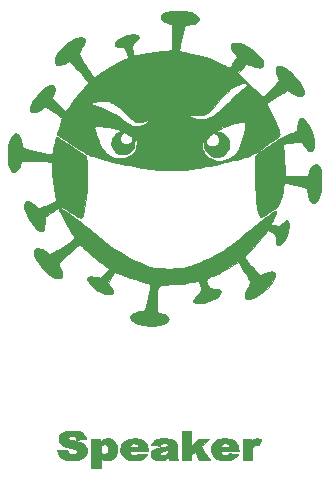
<source format=gbr>
G04 #@! TF.GenerationSoftware,KiCad,Pcbnew,(5.1.10)-1*
G04 #@! TF.CreationDate,2021-09-01T23:08:52-05:00*
G04 #@! TF.ProjectId,Bsides-KC-2021-SAO-Speaker,42736964-6573-42d4-9b43-2d323032312d,rev?*
G04 #@! TF.SameCoordinates,Original*
G04 #@! TF.FileFunction,Legend,Top*
G04 #@! TF.FilePolarity,Positive*
%FSLAX46Y46*%
G04 Gerber Fmt 4.6, Leading zero omitted, Abs format (unit mm)*
G04 Created by KiCad (PCBNEW (5.1.10)-1) date 2021-09-01 23:08:52*
%MOMM*%
%LPD*%
G01*
G04 APERTURE LIST*
%ADD10C,0.010000*%
G04 APERTURE END LIST*
D10*
G04 #@! TO.C,G\u002A\u002A\u002A*
G36*
X108485197Y-63054115D02*
G01*
X108755644Y-63068380D01*
X109015770Y-63093364D01*
X109254953Y-63128294D01*
X109450000Y-63169209D01*
X109618428Y-63221996D01*
X109773695Y-63290946D01*
X109910941Y-63372284D01*
X110025305Y-63462240D01*
X110111925Y-63557039D01*
X110165943Y-63652909D01*
X110182667Y-63737879D01*
X110162060Y-63837396D01*
X110101207Y-63928822D01*
X110001556Y-64011382D01*
X109864559Y-64084299D01*
X109691665Y-64146797D01*
X109484324Y-64198099D01*
X109251334Y-64236475D01*
X109144609Y-64251851D01*
X109052340Y-64267770D01*
X108983036Y-64282570D01*
X108945207Y-64294590D01*
X108941726Y-64296906D01*
X108930656Y-64323284D01*
X108911799Y-64385979D01*
X108886360Y-64479942D01*
X108855542Y-64600124D01*
X108820549Y-64741475D01*
X108782586Y-64898945D01*
X108742858Y-65067485D01*
X108702567Y-65242045D01*
X108662918Y-65417575D01*
X108625116Y-65589026D01*
X108590364Y-65751347D01*
X108561412Y-65891801D01*
X108537327Y-66018071D01*
X108517258Y-66136110D01*
X108502514Y-66237145D01*
X108494400Y-66312404D01*
X108493512Y-66347517D01*
X108499917Y-66434112D01*
X108648084Y-66472172D01*
X108718436Y-66488834D01*
X108820122Y-66511048D01*
X108942848Y-66536657D01*
X109076324Y-66563504D01*
X109179917Y-66583656D01*
X109603195Y-66669591D01*
X109992278Y-66759596D01*
X110355284Y-66856350D01*
X110700327Y-66962534D01*
X111035526Y-67080827D01*
X111368995Y-67213910D01*
X111708851Y-67364462D01*
X112063212Y-67535164D01*
X112066500Y-67536804D01*
X112195544Y-67600450D01*
X112322043Y-67661507D01*
X112437351Y-67715898D01*
X112532820Y-67759550D01*
X112599802Y-67788386D01*
X112603211Y-67789749D01*
X112748338Y-67847314D01*
X112800989Y-67798116D01*
X112850293Y-67742221D01*
X112913952Y-67655066D01*
X112987651Y-67543384D01*
X113067074Y-67413909D01*
X113147906Y-67273373D01*
X113206703Y-67165060D01*
X113336274Y-66919869D01*
X113185854Y-66720560D01*
X113070183Y-66555506D01*
X112976120Y-66396983D01*
X112904653Y-66248515D01*
X112856768Y-66113625D01*
X112833452Y-65995835D01*
X112835692Y-65898669D01*
X112864474Y-65825650D01*
X112920786Y-65780301D01*
X112922297Y-65779660D01*
X113007970Y-65755530D01*
X113120463Y-65740001D01*
X113244968Y-65733972D01*
X113366678Y-65738344D01*
X113442334Y-65748082D01*
X113645957Y-65797668D01*
X113857243Y-65872412D01*
X114072294Y-65969146D01*
X114287213Y-66084701D01*
X114498101Y-66215910D01*
X114701060Y-66359604D01*
X114892191Y-66512614D01*
X115067598Y-66671774D01*
X115223382Y-66833914D01*
X115355645Y-66995866D01*
X115460488Y-67154462D01*
X115534015Y-67306535D01*
X115572326Y-67448915D01*
X115575913Y-67482188D01*
X115571080Y-67613026D01*
X115535582Y-67714694D01*
X115469473Y-67787132D01*
X115372807Y-67830278D01*
X115250400Y-67844088D01*
X115159742Y-67836244D01*
X115035563Y-67813559D01*
X114883433Y-67777435D01*
X114708924Y-67729274D01*
X114517607Y-67670479D01*
X114381702Y-67625462D01*
X114167487Y-67552482D01*
X113432261Y-68288610D01*
X113728339Y-68587036D01*
X113826383Y-68685225D01*
X113942147Y-68800104D01*
X114072097Y-68928247D01*
X114212696Y-69066231D01*
X114360410Y-69210632D01*
X114511705Y-69358026D01*
X114663045Y-69504988D01*
X114810895Y-69648094D01*
X114951721Y-69783921D01*
X115081987Y-69909044D01*
X115198159Y-70020040D01*
X115296702Y-70113483D01*
X115374081Y-70185951D01*
X115426760Y-70234019D01*
X115443862Y-70248764D01*
X115499132Y-70292119D01*
X115535253Y-70311688D01*
X115564937Y-70311558D01*
X115596800Y-70297901D01*
X115628792Y-70274092D01*
X115685787Y-70223799D01*
X115763616Y-70151214D01*
X115858109Y-70060528D01*
X115965094Y-69955933D01*
X116080401Y-69841620D01*
X116199860Y-69721780D01*
X116319300Y-69600606D01*
X116434551Y-69482288D01*
X116541442Y-69371017D01*
X116635803Y-69270986D01*
X116713464Y-69186386D01*
X116770253Y-69121407D01*
X116783503Y-69105235D01*
X116844106Y-69027916D01*
X116883469Y-68967981D01*
X116902083Y-68915481D01*
X116900434Y-68860465D01*
X116879012Y-68792984D01*
X116838306Y-68703085D01*
X116806473Y-68637612D01*
X116736988Y-68482272D01*
X116691680Y-68346331D01*
X116667162Y-68217061D01*
X116660036Y-68087584D01*
X116668673Y-67938783D01*
X116696245Y-67827078D01*
X116744792Y-67750752D01*
X116816352Y-67708083D01*
X116912964Y-67697355D01*
X117036669Y-67716847D01*
X117084450Y-67729814D01*
X117235499Y-67786487D01*
X117405075Y-67871409D01*
X117585311Y-67979730D01*
X117768343Y-68106598D01*
X117946305Y-68247163D01*
X118003970Y-68296956D01*
X118156769Y-68443344D01*
X118307030Y-68608484D01*
X118451522Y-68787116D01*
X118587017Y-68973983D01*
X118710286Y-69163825D01*
X118818100Y-69351382D01*
X118907229Y-69531396D01*
X118974444Y-69698609D01*
X119016516Y-69847760D01*
X119030254Y-69968355D01*
X119013653Y-70075650D01*
X118966395Y-70157817D01*
X118891978Y-70214742D01*
X118793896Y-70246311D01*
X118675645Y-70252412D01*
X118540722Y-70232930D01*
X118392623Y-70187753D01*
X118234842Y-70116767D01*
X118070877Y-70019858D01*
X118042094Y-70000422D01*
X117976716Y-69959782D01*
X117890424Y-69911841D01*
X117801009Y-69866447D01*
X117794089Y-69863143D01*
X117637593Y-69788823D01*
X117485098Y-69865618D01*
X117406443Y-69907290D01*
X117305003Y-69963989D01*
X117193868Y-70028265D01*
X117086126Y-70092671D01*
X117086093Y-70092691D01*
X117000153Y-70145890D01*
X116895377Y-70212038D01*
X116776524Y-70288007D01*
X116648354Y-70370670D01*
X116515628Y-70456899D01*
X116383105Y-70543566D01*
X116255546Y-70627544D01*
X116137709Y-70705705D01*
X116034355Y-70774921D01*
X115950243Y-70832064D01*
X115890134Y-70874007D01*
X115858788Y-70897622D01*
X115855334Y-70901418D01*
X115864969Y-70922423D01*
X115891968Y-70975184D01*
X115933468Y-71054267D01*
X115986606Y-71154237D01*
X116048520Y-71269660D01*
X116081588Y-71330941D01*
X116214035Y-71581808D01*
X116343315Y-71837958D01*
X116466942Y-72093814D01*
X116582431Y-72343801D01*
X116687296Y-72582344D01*
X116779052Y-72803867D01*
X116855213Y-73002795D01*
X116913294Y-73173552D01*
X116933429Y-73241731D01*
X116965773Y-73381013D01*
X116975988Y-73488251D01*
X116964079Y-73567487D01*
X116933827Y-73618870D01*
X116896353Y-73652847D01*
X116828453Y-73707970D01*
X116734394Y-73781127D01*
X116618445Y-73869208D01*
X116484876Y-73969102D01*
X116337953Y-74077697D01*
X116181945Y-74191883D01*
X116021121Y-74308550D01*
X115859750Y-74424585D01*
X115702098Y-74536879D01*
X115552436Y-74642319D01*
X115415030Y-74737796D01*
X115294150Y-74820198D01*
X115199722Y-74882750D01*
X115065562Y-74967656D01*
X114933553Y-75046211D01*
X114800643Y-75119432D01*
X114663779Y-75188331D01*
X114519908Y-75253923D01*
X114365978Y-75317223D01*
X114198935Y-75379246D01*
X114015727Y-75441005D01*
X113813301Y-75503516D01*
X113588604Y-75567792D01*
X113338584Y-75634849D01*
X113060188Y-75705700D01*
X112750363Y-75781360D01*
X112406057Y-75862844D01*
X112024215Y-75951165D01*
X111897167Y-75980224D01*
X111491304Y-76071695D01*
X111122203Y-76152368D01*
X110785897Y-76222992D01*
X110478418Y-76284315D01*
X110195802Y-76337084D01*
X109934079Y-76382047D01*
X109689284Y-76419953D01*
X109457450Y-76451549D01*
X109293667Y-76471111D01*
X109185170Y-76480543D01*
X109040171Y-76488972D01*
X108864489Y-76496329D01*
X108663945Y-76502543D01*
X108444358Y-76507543D01*
X108211548Y-76511261D01*
X107971337Y-76513624D01*
X107729544Y-76514565D01*
X107491989Y-76514011D01*
X107264492Y-76511894D01*
X107052874Y-76508143D01*
X106862955Y-76502688D01*
X106817167Y-76500954D01*
X106644450Y-76493007D01*
X106485169Y-76483154D01*
X106331502Y-76470483D01*
X106175625Y-76454081D01*
X106009718Y-76433035D01*
X105825957Y-76406434D01*
X105616521Y-76373365D01*
X105373587Y-76332916D01*
X105367250Y-76331842D01*
X105024100Y-76271578D01*
X104672449Y-76205888D01*
X104315698Y-76135613D01*
X103957246Y-76061595D01*
X103600495Y-75984672D01*
X103248844Y-75905687D01*
X102905694Y-75825479D01*
X102574445Y-75744889D01*
X102258498Y-75664758D01*
X101961252Y-75585926D01*
X101686109Y-75509234D01*
X101436469Y-75435523D01*
X101215731Y-75365632D01*
X101027297Y-75300402D01*
X100874567Y-75240674D01*
X100782568Y-75198527D01*
X100661548Y-75133889D01*
X100507955Y-75045613D01*
X100323554Y-74934817D01*
X100110114Y-74802619D01*
X99869400Y-74650137D01*
X99603178Y-74478490D01*
X99313217Y-74288795D01*
X99001282Y-74082170D01*
X98699750Y-73880329D01*
X98563760Y-73788780D01*
X98438954Y-73704576D01*
X98329705Y-73630681D01*
X98240385Y-73570061D01*
X98175368Y-73525680D01*
X98139027Y-73500503D01*
X98133052Y-73496109D01*
X98135045Y-73472902D01*
X98149899Y-73416030D01*
X98175742Y-73331516D01*
X98210704Y-73225381D01*
X98252914Y-73103649D01*
X98268432Y-73060202D01*
X98320594Y-72913688D01*
X98321166Y-72912052D01*
X101295084Y-72912052D01*
X101295810Y-72965198D01*
X101299675Y-73006579D01*
X101316706Y-73105037D01*
X101349262Y-73234535D01*
X101394786Y-73387838D01*
X101450722Y-73557707D01*
X101514512Y-73736908D01*
X101583600Y-73918202D01*
X101655428Y-74094353D01*
X101727441Y-74258124D01*
X101782826Y-74374084D01*
X101932103Y-74633450D01*
X102106566Y-74866338D01*
X102302978Y-75070011D01*
X102518105Y-75241732D01*
X102748711Y-75378764D01*
X102991562Y-75478370D01*
X103134167Y-75517336D01*
X103265507Y-75536398D01*
X103421188Y-75542853D01*
X103585743Y-75537346D01*
X103743707Y-75520524D01*
X103879615Y-75493031D01*
X103906750Y-75485070D01*
X104069640Y-75426011D01*
X104212919Y-75355627D01*
X104354880Y-75264356D01*
X104418112Y-75217796D01*
X104543754Y-75111715D01*
X104642518Y-75001203D01*
X104720861Y-74876327D01*
X104785240Y-74727156D01*
X104831579Y-74581714D01*
X104858842Y-74460758D01*
X104863005Y-74429243D01*
X110401091Y-74429243D01*
X110415012Y-74569778D01*
X110443425Y-74717121D01*
X110485181Y-74863527D01*
X110539130Y-75001253D01*
X110604122Y-75122555D01*
X110606283Y-75125941D01*
X110722988Y-75274121D01*
X110872798Y-75411599D01*
X111046700Y-75531968D01*
X111235685Y-75628822D01*
X111393249Y-75685524D01*
X111612693Y-75731623D01*
X111848926Y-75750319D01*
X112086153Y-75741240D01*
X112296602Y-75706890D01*
X112549853Y-75628061D01*
X112782647Y-75515163D01*
X112996155Y-75367147D01*
X113191548Y-75182962D01*
X113369998Y-74961559D01*
X113532675Y-74701887D01*
X113631717Y-74509559D01*
X113738604Y-74263584D01*
X113828739Y-74006164D01*
X113903872Y-73730513D01*
X113965753Y-73429845D01*
X114016134Y-73097377D01*
X114033805Y-72950890D01*
X114047755Y-72824778D01*
X114059851Y-72710824D01*
X114069324Y-72616667D01*
X114075402Y-72549949D01*
X114077334Y-72519474D01*
X114076116Y-72502454D01*
X114068362Y-72490586D01*
X114047921Y-72483250D01*
X114008639Y-72479826D01*
X113944367Y-72479692D01*
X113848951Y-72482228D01*
X113743959Y-72485836D01*
X113526675Y-72498210D01*
X113337694Y-72518682D01*
X113206757Y-72541458D01*
X112863553Y-72632123D01*
X112510668Y-72757364D01*
X112156857Y-72913649D01*
X111810874Y-73097446D01*
X111771260Y-73120614D01*
X111684599Y-73172255D01*
X111630230Y-73206799D01*
X111603839Y-73228420D01*
X111601115Y-73241288D01*
X111617746Y-73249575D01*
X111633677Y-73253715D01*
X111816115Y-73299611D01*
X111963525Y-73342344D01*
X112082758Y-73384939D01*
X112180665Y-73430423D01*
X112264095Y-73481823D01*
X112339899Y-73542163D01*
X112387328Y-73586627D01*
X112515486Y-73740843D01*
X112610380Y-73914311D01*
X112671939Y-74101097D01*
X112700091Y-74295270D01*
X112694763Y-74490898D01*
X112655885Y-74682047D01*
X112583385Y-74862786D01*
X112477190Y-75027182D01*
X112405719Y-75107163D01*
X112250616Y-75235867D01*
X112079206Y-75326935D01*
X111888672Y-75381481D01*
X111676199Y-75400619D01*
X111664334Y-75400667D01*
X111447018Y-75381783D01*
X111248484Y-75325417D01*
X111069774Y-75231996D01*
X110911932Y-75101947D01*
X110896392Y-75085953D01*
X110765312Y-74927007D01*
X110669515Y-74759681D01*
X110605319Y-74575535D01*
X110569043Y-74366127D01*
X110565378Y-74327299D01*
X110552693Y-74212111D01*
X110536739Y-74136860D01*
X110516263Y-74099196D01*
X110490008Y-74096771D01*
X110457786Y-74125924D01*
X110421328Y-74199572D01*
X110402813Y-74303260D01*
X110401091Y-74429243D01*
X104863005Y-74429243D01*
X104875840Y-74332079D01*
X104882500Y-74205238D01*
X104878743Y-74089793D01*
X104878350Y-74087184D01*
X110740161Y-74087184D01*
X110741409Y-74135668D01*
X110779057Y-74232288D01*
X110849751Y-74329780D01*
X110945744Y-74417712D01*
X110957174Y-74426109D01*
X111038685Y-74478963D01*
X111112879Y-74510597D01*
X111196656Y-74526247D01*
X111295828Y-74531014D01*
X111384008Y-74527161D01*
X111460428Y-74509151D01*
X111547230Y-74471606D01*
X111553774Y-74468354D01*
X111675044Y-74387405D01*
X111764183Y-74280613D01*
X111823379Y-74145084D01*
X111836486Y-74094588D01*
X111850388Y-73942260D01*
X111824105Y-73798309D01*
X111759641Y-73667617D01*
X111659001Y-73555068D01*
X111595261Y-73506804D01*
X111502153Y-73450725D01*
X111428771Y-73423136D01*
X111364578Y-73422930D01*
X111299037Y-73448995D01*
X111262167Y-73471733D01*
X111127558Y-73570971D01*
X111006548Y-73678485D01*
X110903221Y-73789068D01*
X110821658Y-73897516D01*
X110765944Y-73998623D01*
X110740161Y-74087184D01*
X104878350Y-74087184D01*
X104864494Y-73995302D01*
X104839677Y-73931325D01*
X104836796Y-73927220D01*
X104801294Y-73885473D01*
X104773382Y-73862278D01*
X104771651Y-73861578D01*
X104745029Y-73873059D01*
X104721308Y-73924642D01*
X104701072Y-74014160D01*
X104684906Y-74139445D01*
X104679307Y-74204346D01*
X104662453Y-74358583D01*
X104637814Y-74487348D01*
X104616259Y-74558758D01*
X104529887Y-74733789D01*
X104415033Y-74882123D01*
X104276818Y-75002497D01*
X104120364Y-75093646D01*
X103950793Y-75154307D01*
X103773227Y-75183216D01*
X103592787Y-75179109D01*
X103414595Y-75140721D01*
X103243773Y-75066789D01*
X103085443Y-74956050D01*
X103068147Y-74940788D01*
X102952293Y-74812677D01*
X102855808Y-74659612D01*
X102783884Y-74492939D01*
X102741716Y-74324007D01*
X102732691Y-74207812D01*
X102753639Y-74039644D01*
X102812802Y-73867501D01*
X102815051Y-73863453D01*
X103494465Y-73863453D01*
X103506487Y-74005211D01*
X103543137Y-74116360D01*
X103606746Y-74198769D01*
X103699647Y-74254305D01*
X103824170Y-74284837D01*
X103982649Y-74292233D01*
X104027827Y-74290686D01*
X104146393Y-74278624D01*
X104240427Y-74256041D01*
X104269994Y-74243837D01*
X104338946Y-74193098D01*
X104407157Y-74115919D01*
X104463863Y-74026989D01*
X104498295Y-73940996D01*
X104500976Y-73928717D01*
X104497409Y-73845152D01*
X104455731Y-73756377D01*
X104375193Y-73661577D01*
X104255044Y-73559940D01*
X104094537Y-73450651D01*
X104018385Y-73404326D01*
X103921052Y-73352481D01*
X103845355Y-73329301D01*
X103781206Y-73335418D01*
X103718521Y-73371464D01*
X103658097Y-73426875D01*
X103575266Y-73528481D01*
X103523417Y-73637985D01*
X103498368Y-73766553D01*
X103494465Y-73863453D01*
X102815051Y-73863453D01*
X102907274Y-73697466D01*
X103034149Y-73535626D01*
X103073372Y-73494339D01*
X103151434Y-73421772D01*
X103222709Y-73373015D01*
X103304337Y-73336957D01*
X103329570Y-73328224D01*
X103431694Y-73291314D01*
X103496054Y-73260170D01*
X103526369Y-73232129D01*
X103526361Y-73204524D01*
X103518582Y-73192865D01*
X103466881Y-73151833D01*
X103380020Y-73107045D01*
X103264745Y-73060748D01*
X103127801Y-73015190D01*
X102975934Y-72972619D01*
X102815889Y-72935283D01*
X102657563Y-72905931D01*
X102469417Y-72879059D01*
X102277623Y-72857441D01*
X102087995Y-72841259D01*
X101906345Y-72830695D01*
X101738487Y-72825930D01*
X101590235Y-72827147D01*
X101467403Y-72834528D01*
X101375803Y-72848255D01*
X101328146Y-72864335D01*
X101305066Y-72882414D01*
X101295084Y-72912052D01*
X98321166Y-72912052D01*
X98373923Y-72761218D01*
X98424469Y-72614269D01*
X98468282Y-72484324D01*
X98500919Y-72384417D01*
X98581660Y-72130417D01*
X98504318Y-72061133D01*
X98430847Y-72000788D01*
X98328806Y-71926056D01*
X98196479Y-71835798D01*
X98032148Y-71728873D01*
X97834095Y-71604141D01*
X97600604Y-71460461D01*
X97588923Y-71453341D01*
X97462439Y-71376462D01*
X97348220Y-71307398D01*
X97251118Y-71249055D01*
X97175990Y-71204340D01*
X97127690Y-71176160D01*
X97111139Y-71167334D01*
X97091333Y-71178323D01*
X97043162Y-71208373D01*
X96973510Y-71253102D01*
X96889262Y-71308131D01*
X96874665Y-71317746D01*
X96702516Y-71427133D01*
X96555741Y-71510440D01*
X96428346Y-71570017D01*
X96314339Y-71608213D01*
X96207726Y-71627381D01*
X96102516Y-71629869D01*
X96081974Y-71628635D01*
X95984498Y-71614215D01*
X95919746Y-71583000D01*
X95880914Y-71527857D01*
X95861195Y-71441654D01*
X95856864Y-71392747D01*
X95858486Y-71274289D01*
X95880261Y-71152875D01*
X95924646Y-71019723D01*
X95994098Y-70866052D01*
X96016758Y-70821277D01*
X96129666Y-70622586D01*
X96260746Y-70426821D01*
X96406316Y-70237219D01*
X96562697Y-70057013D01*
X96726207Y-69889439D01*
X96893163Y-69737731D01*
X97059886Y-69605123D01*
X97222693Y-69494851D01*
X97377904Y-69410148D01*
X97521837Y-69354251D01*
X97650811Y-69330393D01*
X97711827Y-69331843D01*
X97806728Y-69360745D01*
X97877058Y-69421174D01*
X97922433Y-69509910D01*
X97942469Y-69623736D01*
X97936782Y-69759435D01*
X97904988Y-69913789D01*
X97846703Y-70083579D01*
X97811284Y-70165129D01*
X97766533Y-70269317D01*
X97743819Y-70347833D01*
X97743346Y-70411272D01*
X97765320Y-70470230D01*
X97809944Y-70535305D01*
X97818651Y-70546308D01*
X97872919Y-70609470D01*
X97947784Y-70689974D01*
X98038801Y-70783625D01*
X98141527Y-70886226D01*
X98251516Y-70993580D01*
X98364326Y-71101491D01*
X98475511Y-71205762D01*
X98580627Y-71302198D01*
X98675232Y-71386601D01*
X98754879Y-71454775D01*
X98815126Y-71502524D01*
X98851528Y-71525652D01*
X98857406Y-71527167D01*
X98887928Y-71508824D01*
X98938141Y-71454501D01*
X99007233Y-71365253D01*
X99094393Y-71242137D01*
X99198809Y-71086210D01*
X99214559Y-71062127D01*
X99307354Y-70923253D01*
X101056521Y-70923253D01*
X101109122Y-70968498D01*
X101149585Y-70992388D01*
X101220659Y-71023816D01*
X101312254Y-71058667D01*
X101412403Y-71092237D01*
X101791934Y-71218958D01*
X102141909Y-71353130D01*
X102475058Y-71500148D01*
X102804107Y-71665408D01*
X102944396Y-71741693D01*
X103083174Y-71820290D01*
X103206255Y-71893942D01*
X103322125Y-71968452D01*
X103439268Y-72049619D01*
X103566171Y-72143245D01*
X103711318Y-72255129D01*
X103814976Y-72336832D01*
X104016148Y-72489326D01*
X104197167Y-72609961D01*
X104363697Y-72700429D01*
X104521399Y-72762421D01*
X104675938Y-72797629D01*
X104832975Y-72807745D01*
X104998174Y-72794461D01*
X105177198Y-72759469D01*
X105205921Y-72752369D01*
X105307275Y-72721746D01*
X105420612Y-72680052D01*
X105517570Y-72638062D01*
X105598520Y-72593603D01*
X105679101Y-72539791D01*
X105755310Y-72480829D01*
X105823146Y-72420919D01*
X105878608Y-72364264D01*
X105917694Y-72315065D01*
X105936402Y-72277526D01*
X105930731Y-72255848D01*
X105896680Y-72254234D01*
X105878761Y-72258753D01*
X105838219Y-72273612D01*
X105771907Y-72300757D01*
X105692582Y-72334927D01*
X105673677Y-72343299D01*
X105510058Y-72409070D01*
X105361215Y-72451437D01*
X105209533Y-72474249D01*
X105042407Y-72481340D01*
X104942388Y-72481118D01*
X104872749Y-72477709D01*
X104821545Y-72468649D01*
X104776827Y-72451471D01*
X104726649Y-72423710D01*
X104707532Y-72412215D01*
X104636839Y-72365313D01*
X104552839Y-72301657D01*
X104452944Y-72218966D01*
X104334567Y-72114959D01*
X104195117Y-71987357D01*
X104144665Y-71939883D01*
X109315025Y-71939883D01*
X109318165Y-71956391D01*
X109345544Y-71976287D01*
X109394578Y-72000216D01*
X109415375Y-72009236D01*
X109485637Y-72036723D01*
X109577953Y-72069643D01*
X109673785Y-72101416D01*
X109685250Y-72105030D01*
X109767775Y-72129894D01*
X109845127Y-72150522D01*
X109929113Y-72169601D01*
X110031536Y-72189816D01*
X110161500Y-72213375D01*
X110246910Y-72220217D01*
X110360484Y-72217830D01*
X110489363Y-72207450D01*
X110620693Y-72190315D01*
X110741616Y-72167660D01*
X110805543Y-72151437D01*
X110913627Y-72116527D01*
X111029481Y-72073483D01*
X111130228Y-72030874D01*
X111141504Y-72025584D01*
X111226362Y-71979572D01*
X111326393Y-71914826D01*
X111443126Y-71830042D01*
X111578086Y-71723918D01*
X111732801Y-71595148D01*
X111908799Y-71442429D01*
X112107605Y-71264456D01*
X112330748Y-71059925D01*
X112579754Y-70827532D01*
X112856150Y-70565973D01*
X112903905Y-70520484D01*
X113149959Y-70286822D01*
X113367153Y-70082546D01*
X113556347Y-69906897D01*
X113718402Y-69759113D01*
X113854176Y-69638436D01*
X113964531Y-69544104D01*
X114050325Y-69475358D01*
X114112420Y-69431436D01*
X114151675Y-69411580D01*
X114159971Y-69410176D01*
X114215482Y-69397643D01*
X114239409Y-69366270D01*
X114233493Y-69323329D01*
X114199471Y-69276090D01*
X114139083Y-69231824D01*
X114114353Y-69219420D01*
X114027403Y-69189957D01*
X113933308Y-69180334D01*
X113821934Y-69190567D01*
X113685783Y-69219992D01*
X113441363Y-69299542D01*
X113189907Y-69413794D01*
X113002542Y-69519682D01*
X112879980Y-69605871D01*
X112735950Y-69726690D01*
X112571598Y-69880983D01*
X112388068Y-70067590D01*
X112186506Y-70285355D01*
X111968055Y-70533120D01*
X111770767Y-70765464D01*
X111597907Y-70970782D01*
X111447763Y-71145482D01*
X111317192Y-71292464D01*
X111203051Y-71414629D01*
X111102199Y-71514876D01*
X111011493Y-71596107D01*
X110927790Y-71661221D01*
X110847948Y-71713118D01*
X110768824Y-71754700D01*
X110687277Y-71788866D01*
X110645933Y-71803626D01*
X110597839Y-71818308D01*
X110544628Y-71830407D01*
X110480323Y-71840544D01*
X110398945Y-71849338D01*
X110294515Y-71857412D01*
X110161055Y-71865384D01*
X109992587Y-71873877D01*
X109949834Y-71875896D01*
X109753303Y-71885608D01*
X109596507Y-71894842D01*
X109476865Y-71904243D01*
X109391792Y-71914453D01*
X109338707Y-71926118D01*
X109315025Y-71939883D01*
X104144665Y-71939883D01*
X104032008Y-71833878D01*
X103842650Y-71652241D01*
X103818525Y-71628913D01*
X103639146Y-71457739D01*
X103482624Y-71314155D01*
X103343724Y-71194082D01*
X103217209Y-71093443D01*
X103097845Y-71008157D01*
X102980396Y-70934147D01*
X102859627Y-70867333D01*
X102806084Y-70840153D01*
X102657369Y-70769979D01*
X102529196Y-70719397D01*
X102407559Y-70684819D01*
X102278452Y-70662658D01*
X102127869Y-70649329D01*
X102044084Y-70645025D01*
X101848528Y-70644436D01*
X101662096Y-70658918D01*
X101490770Y-70687053D01*
X101340530Y-70727426D01*
X101217359Y-70778619D01*
X101127239Y-70839215D01*
X101099371Y-70868779D01*
X101056521Y-70923253D01*
X99307354Y-70923253D01*
X99358461Y-70846768D01*
X99502198Y-70643132D01*
X99650942Y-70444754D01*
X99809865Y-70245168D01*
X99984138Y-70037908D01*
X100178933Y-69816511D01*
X100399421Y-69574509D01*
X100436709Y-69534221D01*
X100533694Y-69428707D01*
X100620272Y-69332746D01*
X100692481Y-69250874D01*
X100746359Y-69187630D01*
X100777943Y-69147550D01*
X100784667Y-69135761D01*
X100771491Y-69107741D01*
X100734564Y-69052635D01*
X100677787Y-68975406D01*
X100605063Y-68881021D01*
X100520293Y-68774446D01*
X100427379Y-68660648D01*
X100330223Y-68544591D01*
X100232726Y-68431241D01*
X100217129Y-68413430D01*
X100155764Y-68344867D01*
X100076416Y-68258215D01*
X99983120Y-68157703D01*
X99879912Y-68047555D01*
X99770829Y-67931997D01*
X99659905Y-67815256D01*
X99551178Y-67701558D01*
X99448684Y-67595128D01*
X99356457Y-67500192D01*
X99278535Y-67420977D01*
X99218954Y-67361708D01*
X99181748Y-67326612D01*
X99171783Y-67318886D01*
X99148210Y-67324577D01*
X99093044Y-67344695D01*
X99013370Y-67376461D01*
X98916274Y-67417094D01*
X98862373Y-67440316D01*
X98687607Y-67513552D01*
X98543241Y-67567361D01*
X98423008Y-67603474D01*
X98320640Y-67623618D01*
X98229870Y-67629524D01*
X98184074Y-67627452D01*
X98108596Y-67616968D01*
X98057729Y-67595994D01*
X98013853Y-67556945D01*
X98009776Y-67552432D01*
X97954066Y-67459409D01*
X97931427Y-67345408D01*
X97940037Y-67213425D01*
X97978076Y-67066453D01*
X98043722Y-66907488D01*
X98135155Y-66739523D01*
X98250551Y-66565553D01*
X98388092Y-66388573D01*
X98545954Y-66211578D01*
X98722318Y-66037561D01*
X98915362Y-65869517D01*
X99123264Y-65710441D01*
X99135244Y-65701905D01*
X99344238Y-65563984D01*
X99543498Y-65452908D01*
X99730630Y-65369005D01*
X99903244Y-65312604D01*
X100058948Y-65284036D01*
X100195350Y-65283629D01*
X100310060Y-65311713D01*
X100400685Y-65368618D01*
X100464833Y-65454672D01*
X100488241Y-65515512D01*
X100498674Y-65591541D01*
X100488206Y-65679916D01*
X100455353Y-65784350D01*
X100398632Y-65908556D01*
X100316560Y-66056247D01*
X100207654Y-66231136D01*
X100193958Y-66252215D01*
X100134935Y-66345488D01*
X100083519Y-66431860D01*
X100044906Y-66502245D01*
X100024295Y-66547556D01*
X100023428Y-66550345D01*
X100015198Y-66609760D01*
X100024210Y-66679720D01*
X100052419Y-66767257D01*
X100101781Y-66879399D01*
X100132113Y-66941152D01*
X100191075Y-67052322D01*
X100269511Y-67191077D01*
X100363225Y-67350715D01*
X100468021Y-67524531D01*
X100579704Y-67705823D01*
X100694079Y-67887886D01*
X100806951Y-68064017D01*
X100914123Y-68227512D01*
X101011400Y-68371668D01*
X101094587Y-68489782D01*
X101136691Y-68546273D01*
X101231535Y-68669529D01*
X101299143Y-68635224D01*
X101336056Y-68613688D01*
X101402010Y-68572365D01*
X101490962Y-68515156D01*
X101596868Y-68445966D01*
X101713686Y-68368697D01*
X101771119Y-68330380D01*
X102086581Y-68123025D01*
X102380385Y-67938250D01*
X102662452Y-67770444D01*
X102942705Y-67613998D01*
X103231067Y-67463299D01*
X103537461Y-67312739D01*
X103737417Y-67218586D01*
X103863871Y-67159811D01*
X103976824Y-67107186D01*
X104070839Y-67063254D01*
X104140480Y-67030557D01*
X104180312Y-67011638D01*
X104187617Y-67007978D01*
X104181392Y-66988187D01*
X104160750Y-66935282D01*
X104128047Y-66855018D01*
X104085636Y-66753150D01*
X104035874Y-66635433D01*
X104018789Y-66595372D01*
X103957049Y-66450928D01*
X103907421Y-66340201D01*
X103864428Y-66258398D01*
X103822593Y-66200731D01*
X103776441Y-66162406D01*
X103720494Y-66138635D01*
X103649277Y-66124626D01*
X103557313Y-66115587D01*
X103462250Y-66108500D01*
X103314075Y-66093482D01*
X103202335Y-66072643D01*
X103121326Y-66044226D01*
X103065345Y-66006476D01*
X103041683Y-65979026D01*
X103010996Y-65901660D01*
X103018179Y-65815743D01*
X103060219Y-65723716D01*
X103134105Y-65628017D01*
X103236823Y-65531084D01*
X103365362Y-65435356D01*
X103516708Y-65343272D01*
X103687849Y-65257270D01*
X103875774Y-65179789D01*
X104077469Y-65113268D01*
X104129000Y-65098822D01*
X104241977Y-65071426D01*
X104346846Y-65054249D01*
X104461015Y-65045119D01*
X104584084Y-65042003D01*
X104730820Y-65044399D01*
X104841811Y-65056100D01*
X104923007Y-65079114D01*
X104980362Y-65115449D01*
X105019830Y-65167116D01*
X105032230Y-65193213D01*
X105049665Y-65264311D01*
X105040569Y-65336872D01*
X105002620Y-65414678D01*
X104933499Y-65501509D01*
X104830885Y-65601147D01*
X104728439Y-65688281D01*
X104635028Y-65768991D01*
X104572064Y-65836864D01*
X104533999Y-65901350D01*
X104515288Y-65971901D01*
X104510384Y-66057965D01*
X104510388Y-66059824D01*
X104514666Y-66150128D01*
X104525802Y-66267751D01*
X104541930Y-66398589D01*
X104561183Y-66528536D01*
X104581695Y-66643488D01*
X104596388Y-66709819D01*
X104613042Y-66768511D01*
X104632386Y-66796906D01*
X104667008Y-66805864D01*
X104708305Y-66806379D01*
X104763225Y-66802156D01*
X104848024Y-66791118D01*
X104951106Y-66774944D01*
X105060334Y-66755417D01*
X105281197Y-66713525D01*
X105466259Y-66678776D01*
X105621261Y-66650181D01*
X105751946Y-66626753D01*
X105864057Y-66607504D01*
X105963337Y-66591448D01*
X106055529Y-66577595D01*
X106146376Y-66564958D01*
X106235084Y-66553382D01*
X106370125Y-66537179D01*
X106531067Y-66519432D01*
X106701601Y-66501853D01*
X106865417Y-66486149D01*
X106938404Y-66479648D01*
X107172910Y-66457167D01*
X107373860Y-66433176D01*
X107539094Y-66408007D01*
X107666454Y-66381991D01*
X107753778Y-66355461D01*
X107757967Y-66353747D01*
X107811705Y-66320284D01*
X107837194Y-66269129D01*
X107840446Y-66253595D01*
X107844640Y-66211879D01*
X107849403Y-66133540D01*
X107854574Y-66024283D01*
X107859990Y-65889812D01*
X107865492Y-65735832D01*
X107870917Y-65568047D01*
X107876105Y-65392162D01*
X107880894Y-65213881D01*
X107885124Y-65038909D01*
X107888633Y-64872950D01*
X107891260Y-64721708D01*
X107892843Y-64590888D01*
X107893222Y-64486195D01*
X107892341Y-64416844D01*
X107886084Y-64196271D01*
X107642667Y-64118929D01*
X107535068Y-64082947D01*
X107431027Y-64045027D01*
X107343653Y-64010118D01*
X107293417Y-63987097D01*
X107145205Y-63897274D01*
X107029704Y-63798444D01*
X106949625Y-63693775D01*
X106907677Y-63586435D01*
X106901834Y-63529674D01*
X106904849Y-63474670D01*
X106918685Y-63432433D01*
X106950529Y-63389349D01*
X107004973Y-63334304D01*
X107099243Y-63259007D01*
X107213806Y-63197223D01*
X107352957Y-63147716D01*
X107520992Y-63109249D01*
X107722209Y-63080588D01*
X107955824Y-63060817D01*
X108215050Y-63051337D01*
X108485197Y-63054115D01*
G37*
X108485197Y-63054115D02*
X108755644Y-63068380D01*
X109015770Y-63093364D01*
X109254953Y-63128294D01*
X109450000Y-63169209D01*
X109618428Y-63221996D01*
X109773695Y-63290946D01*
X109910941Y-63372284D01*
X110025305Y-63462240D01*
X110111925Y-63557039D01*
X110165943Y-63652909D01*
X110182667Y-63737879D01*
X110162060Y-63837396D01*
X110101207Y-63928822D01*
X110001556Y-64011382D01*
X109864559Y-64084299D01*
X109691665Y-64146797D01*
X109484324Y-64198099D01*
X109251334Y-64236475D01*
X109144609Y-64251851D01*
X109052340Y-64267770D01*
X108983036Y-64282570D01*
X108945207Y-64294590D01*
X108941726Y-64296906D01*
X108930656Y-64323284D01*
X108911799Y-64385979D01*
X108886360Y-64479942D01*
X108855542Y-64600124D01*
X108820549Y-64741475D01*
X108782586Y-64898945D01*
X108742858Y-65067485D01*
X108702567Y-65242045D01*
X108662918Y-65417575D01*
X108625116Y-65589026D01*
X108590364Y-65751347D01*
X108561412Y-65891801D01*
X108537327Y-66018071D01*
X108517258Y-66136110D01*
X108502514Y-66237145D01*
X108494400Y-66312404D01*
X108493512Y-66347517D01*
X108499917Y-66434112D01*
X108648084Y-66472172D01*
X108718436Y-66488834D01*
X108820122Y-66511048D01*
X108942848Y-66536657D01*
X109076324Y-66563504D01*
X109179917Y-66583656D01*
X109603195Y-66669591D01*
X109992278Y-66759596D01*
X110355284Y-66856350D01*
X110700327Y-66962534D01*
X111035526Y-67080827D01*
X111368995Y-67213910D01*
X111708851Y-67364462D01*
X112063212Y-67535164D01*
X112066500Y-67536804D01*
X112195544Y-67600450D01*
X112322043Y-67661507D01*
X112437351Y-67715898D01*
X112532820Y-67759550D01*
X112599802Y-67788386D01*
X112603211Y-67789749D01*
X112748338Y-67847314D01*
X112800989Y-67798116D01*
X112850293Y-67742221D01*
X112913952Y-67655066D01*
X112987651Y-67543384D01*
X113067074Y-67413909D01*
X113147906Y-67273373D01*
X113206703Y-67165060D01*
X113336274Y-66919869D01*
X113185854Y-66720560D01*
X113070183Y-66555506D01*
X112976120Y-66396983D01*
X112904653Y-66248515D01*
X112856768Y-66113625D01*
X112833452Y-65995835D01*
X112835692Y-65898669D01*
X112864474Y-65825650D01*
X112920786Y-65780301D01*
X112922297Y-65779660D01*
X113007970Y-65755530D01*
X113120463Y-65740001D01*
X113244968Y-65733972D01*
X113366678Y-65738344D01*
X113442334Y-65748082D01*
X113645957Y-65797668D01*
X113857243Y-65872412D01*
X114072294Y-65969146D01*
X114287213Y-66084701D01*
X114498101Y-66215910D01*
X114701060Y-66359604D01*
X114892191Y-66512614D01*
X115067598Y-66671774D01*
X115223382Y-66833914D01*
X115355645Y-66995866D01*
X115460488Y-67154462D01*
X115534015Y-67306535D01*
X115572326Y-67448915D01*
X115575913Y-67482188D01*
X115571080Y-67613026D01*
X115535582Y-67714694D01*
X115469473Y-67787132D01*
X115372807Y-67830278D01*
X115250400Y-67844088D01*
X115159742Y-67836244D01*
X115035563Y-67813559D01*
X114883433Y-67777435D01*
X114708924Y-67729274D01*
X114517607Y-67670479D01*
X114381702Y-67625462D01*
X114167487Y-67552482D01*
X113432261Y-68288610D01*
X113728339Y-68587036D01*
X113826383Y-68685225D01*
X113942147Y-68800104D01*
X114072097Y-68928247D01*
X114212696Y-69066231D01*
X114360410Y-69210632D01*
X114511705Y-69358026D01*
X114663045Y-69504988D01*
X114810895Y-69648094D01*
X114951721Y-69783921D01*
X115081987Y-69909044D01*
X115198159Y-70020040D01*
X115296702Y-70113483D01*
X115374081Y-70185951D01*
X115426760Y-70234019D01*
X115443862Y-70248764D01*
X115499132Y-70292119D01*
X115535253Y-70311688D01*
X115564937Y-70311558D01*
X115596800Y-70297901D01*
X115628792Y-70274092D01*
X115685787Y-70223799D01*
X115763616Y-70151214D01*
X115858109Y-70060528D01*
X115965094Y-69955933D01*
X116080401Y-69841620D01*
X116199860Y-69721780D01*
X116319300Y-69600606D01*
X116434551Y-69482288D01*
X116541442Y-69371017D01*
X116635803Y-69270986D01*
X116713464Y-69186386D01*
X116770253Y-69121407D01*
X116783503Y-69105235D01*
X116844106Y-69027916D01*
X116883469Y-68967981D01*
X116902083Y-68915481D01*
X116900434Y-68860465D01*
X116879012Y-68792984D01*
X116838306Y-68703085D01*
X116806473Y-68637612D01*
X116736988Y-68482272D01*
X116691680Y-68346331D01*
X116667162Y-68217061D01*
X116660036Y-68087584D01*
X116668673Y-67938783D01*
X116696245Y-67827078D01*
X116744792Y-67750752D01*
X116816352Y-67708083D01*
X116912964Y-67697355D01*
X117036669Y-67716847D01*
X117084450Y-67729814D01*
X117235499Y-67786487D01*
X117405075Y-67871409D01*
X117585311Y-67979730D01*
X117768343Y-68106598D01*
X117946305Y-68247163D01*
X118003970Y-68296956D01*
X118156769Y-68443344D01*
X118307030Y-68608484D01*
X118451522Y-68787116D01*
X118587017Y-68973983D01*
X118710286Y-69163825D01*
X118818100Y-69351382D01*
X118907229Y-69531396D01*
X118974444Y-69698609D01*
X119016516Y-69847760D01*
X119030254Y-69968355D01*
X119013653Y-70075650D01*
X118966395Y-70157817D01*
X118891978Y-70214742D01*
X118793896Y-70246311D01*
X118675645Y-70252412D01*
X118540722Y-70232930D01*
X118392623Y-70187753D01*
X118234842Y-70116767D01*
X118070877Y-70019858D01*
X118042094Y-70000422D01*
X117976716Y-69959782D01*
X117890424Y-69911841D01*
X117801009Y-69866447D01*
X117794089Y-69863143D01*
X117637593Y-69788823D01*
X117485098Y-69865618D01*
X117406443Y-69907290D01*
X117305003Y-69963989D01*
X117193868Y-70028265D01*
X117086126Y-70092671D01*
X117086093Y-70092691D01*
X117000153Y-70145890D01*
X116895377Y-70212038D01*
X116776524Y-70288007D01*
X116648354Y-70370670D01*
X116515628Y-70456899D01*
X116383105Y-70543566D01*
X116255546Y-70627544D01*
X116137709Y-70705705D01*
X116034355Y-70774921D01*
X115950243Y-70832064D01*
X115890134Y-70874007D01*
X115858788Y-70897622D01*
X115855334Y-70901418D01*
X115864969Y-70922423D01*
X115891968Y-70975184D01*
X115933468Y-71054267D01*
X115986606Y-71154237D01*
X116048520Y-71269660D01*
X116081588Y-71330941D01*
X116214035Y-71581808D01*
X116343315Y-71837958D01*
X116466942Y-72093814D01*
X116582431Y-72343801D01*
X116687296Y-72582344D01*
X116779052Y-72803867D01*
X116855213Y-73002795D01*
X116913294Y-73173552D01*
X116933429Y-73241731D01*
X116965773Y-73381013D01*
X116975988Y-73488251D01*
X116964079Y-73567487D01*
X116933827Y-73618870D01*
X116896353Y-73652847D01*
X116828453Y-73707970D01*
X116734394Y-73781127D01*
X116618445Y-73869208D01*
X116484876Y-73969102D01*
X116337953Y-74077697D01*
X116181945Y-74191883D01*
X116021121Y-74308550D01*
X115859750Y-74424585D01*
X115702098Y-74536879D01*
X115552436Y-74642319D01*
X115415030Y-74737796D01*
X115294150Y-74820198D01*
X115199722Y-74882750D01*
X115065562Y-74967656D01*
X114933553Y-75046211D01*
X114800643Y-75119432D01*
X114663779Y-75188331D01*
X114519908Y-75253923D01*
X114365978Y-75317223D01*
X114198935Y-75379246D01*
X114015727Y-75441005D01*
X113813301Y-75503516D01*
X113588604Y-75567792D01*
X113338584Y-75634849D01*
X113060188Y-75705700D01*
X112750363Y-75781360D01*
X112406057Y-75862844D01*
X112024215Y-75951165D01*
X111897167Y-75980224D01*
X111491304Y-76071695D01*
X111122203Y-76152368D01*
X110785897Y-76222992D01*
X110478418Y-76284315D01*
X110195802Y-76337084D01*
X109934079Y-76382047D01*
X109689284Y-76419953D01*
X109457450Y-76451549D01*
X109293667Y-76471111D01*
X109185170Y-76480543D01*
X109040171Y-76488972D01*
X108864489Y-76496329D01*
X108663945Y-76502543D01*
X108444358Y-76507543D01*
X108211548Y-76511261D01*
X107971337Y-76513624D01*
X107729544Y-76514565D01*
X107491989Y-76514011D01*
X107264492Y-76511894D01*
X107052874Y-76508143D01*
X106862955Y-76502688D01*
X106817167Y-76500954D01*
X106644450Y-76493007D01*
X106485169Y-76483154D01*
X106331502Y-76470483D01*
X106175625Y-76454081D01*
X106009718Y-76433035D01*
X105825957Y-76406434D01*
X105616521Y-76373365D01*
X105373587Y-76332916D01*
X105367250Y-76331842D01*
X105024100Y-76271578D01*
X104672449Y-76205888D01*
X104315698Y-76135613D01*
X103957246Y-76061595D01*
X103600495Y-75984672D01*
X103248844Y-75905687D01*
X102905694Y-75825479D01*
X102574445Y-75744889D01*
X102258498Y-75664758D01*
X101961252Y-75585926D01*
X101686109Y-75509234D01*
X101436469Y-75435523D01*
X101215731Y-75365632D01*
X101027297Y-75300402D01*
X100874567Y-75240674D01*
X100782568Y-75198527D01*
X100661548Y-75133889D01*
X100507955Y-75045613D01*
X100323554Y-74934817D01*
X100110114Y-74802619D01*
X99869400Y-74650137D01*
X99603178Y-74478490D01*
X99313217Y-74288795D01*
X99001282Y-74082170D01*
X98699750Y-73880329D01*
X98563760Y-73788780D01*
X98438954Y-73704576D01*
X98329705Y-73630681D01*
X98240385Y-73570061D01*
X98175368Y-73525680D01*
X98139027Y-73500503D01*
X98133052Y-73496109D01*
X98135045Y-73472902D01*
X98149899Y-73416030D01*
X98175742Y-73331516D01*
X98210704Y-73225381D01*
X98252914Y-73103649D01*
X98268432Y-73060202D01*
X98320594Y-72913688D01*
X98321166Y-72912052D01*
X101295084Y-72912052D01*
X101295810Y-72965198D01*
X101299675Y-73006579D01*
X101316706Y-73105037D01*
X101349262Y-73234535D01*
X101394786Y-73387838D01*
X101450722Y-73557707D01*
X101514512Y-73736908D01*
X101583600Y-73918202D01*
X101655428Y-74094353D01*
X101727441Y-74258124D01*
X101782826Y-74374084D01*
X101932103Y-74633450D01*
X102106566Y-74866338D01*
X102302978Y-75070011D01*
X102518105Y-75241732D01*
X102748711Y-75378764D01*
X102991562Y-75478370D01*
X103134167Y-75517336D01*
X103265507Y-75536398D01*
X103421188Y-75542853D01*
X103585743Y-75537346D01*
X103743707Y-75520524D01*
X103879615Y-75493031D01*
X103906750Y-75485070D01*
X104069640Y-75426011D01*
X104212919Y-75355627D01*
X104354880Y-75264356D01*
X104418112Y-75217796D01*
X104543754Y-75111715D01*
X104642518Y-75001203D01*
X104720861Y-74876327D01*
X104785240Y-74727156D01*
X104831579Y-74581714D01*
X104858842Y-74460758D01*
X104863005Y-74429243D01*
X110401091Y-74429243D01*
X110415012Y-74569778D01*
X110443425Y-74717121D01*
X110485181Y-74863527D01*
X110539130Y-75001253D01*
X110604122Y-75122555D01*
X110606283Y-75125941D01*
X110722988Y-75274121D01*
X110872798Y-75411599D01*
X111046700Y-75531968D01*
X111235685Y-75628822D01*
X111393249Y-75685524D01*
X111612693Y-75731623D01*
X111848926Y-75750319D01*
X112086153Y-75741240D01*
X112296602Y-75706890D01*
X112549853Y-75628061D01*
X112782647Y-75515163D01*
X112996155Y-75367147D01*
X113191548Y-75182962D01*
X113369998Y-74961559D01*
X113532675Y-74701887D01*
X113631717Y-74509559D01*
X113738604Y-74263584D01*
X113828739Y-74006164D01*
X113903872Y-73730513D01*
X113965753Y-73429845D01*
X114016134Y-73097377D01*
X114033805Y-72950890D01*
X114047755Y-72824778D01*
X114059851Y-72710824D01*
X114069324Y-72616667D01*
X114075402Y-72549949D01*
X114077334Y-72519474D01*
X114076116Y-72502454D01*
X114068362Y-72490586D01*
X114047921Y-72483250D01*
X114008639Y-72479826D01*
X113944367Y-72479692D01*
X113848951Y-72482228D01*
X113743959Y-72485836D01*
X113526675Y-72498210D01*
X113337694Y-72518682D01*
X113206757Y-72541458D01*
X112863553Y-72632123D01*
X112510668Y-72757364D01*
X112156857Y-72913649D01*
X111810874Y-73097446D01*
X111771260Y-73120614D01*
X111684599Y-73172255D01*
X111630230Y-73206799D01*
X111603839Y-73228420D01*
X111601115Y-73241288D01*
X111617746Y-73249575D01*
X111633677Y-73253715D01*
X111816115Y-73299611D01*
X111963525Y-73342344D01*
X112082758Y-73384939D01*
X112180665Y-73430423D01*
X112264095Y-73481823D01*
X112339899Y-73542163D01*
X112387328Y-73586627D01*
X112515486Y-73740843D01*
X112610380Y-73914311D01*
X112671939Y-74101097D01*
X112700091Y-74295270D01*
X112694763Y-74490898D01*
X112655885Y-74682047D01*
X112583385Y-74862786D01*
X112477190Y-75027182D01*
X112405719Y-75107163D01*
X112250616Y-75235867D01*
X112079206Y-75326935D01*
X111888672Y-75381481D01*
X111676199Y-75400619D01*
X111664334Y-75400667D01*
X111447018Y-75381783D01*
X111248484Y-75325417D01*
X111069774Y-75231996D01*
X110911932Y-75101947D01*
X110896392Y-75085953D01*
X110765312Y-74927007D01*
X110669515Y-74759681D01*
X110605319Y-74575535D01*
X110569043Y-74366127D01*
X110565378Y-74327299D01*
X110552693Y-74212111D01*
X110536739Y-74136860D01*
X110516263Y-74099196D01*
X110490008Y-74096771D01*
X110457786Y-74125924D01*
X110421328Y-74199572D01*
X110402813Y-74303260D01*
X110401091Y-74429243D01*
X104863005Y-74429243D01*
X104875840Y-74332079D01*
X104882500Y-74205238D01*
X104878743Y-74089793D01*
X104878350Y-74087184D01*
X110740161Y-74087184D01*
X110741409Y-74135668D01*
X110779057Y-74232288D01*
X110849751Y-74329780D01*
X110945744Y-74417712D01*
X110957174Y-74426109D01*
X111038685Y-74478963D01*
X111112879Y-74510597D01*
X111196656Y-74526247D01*
X111295828Y-74531014D01*
X111384008Y-74527161D01*
X111460428Y-74509151D01*
X111547230Y-74471606D01*
X111553774Y-74468354D01*
X111675044Y-74387405D01*
X111764183Y-74280613D01*
X111823379Y-74145084D01*
X111836486Y-74094588D01*
X111850388Y-73942260D01*
X111824105Y-73798309D01*
X111759641Y-73667617D01*
X111659001Y-73555068D01*
X111595261Y-73506804D01*
X111502153Y-73450725D01*
X111428771Y-73423136D01*
X111364578Y-73422930D01*
X111299037Y-73448995D01*
X111262167Y-73471733D01*
X111127558Y-73570971D01*
X111006548Y-73678485D01*
X110903221Y-73789068D01*
X110821658Y-73897516D01*
X110765944Y-73998623D01*
X110740161Y-74087184D01*
X104878350Y-74087184D01*
X104864494Y-73995302D01*
X104839677Y-73931325D01*
X104836796Y-73927220D01*
X104801294Y-73885473D01*
X104773382Y-73862278D01*
X104771651Y-73861578D01*
X104745029Y-73873059D01*
X104721308Y-73924642D01*
X104701072Y-74014160D01*
X104684906Y-74139445D01*
X104679307Y-74204346D01*
X104662453Y-74358583D01*
X104637814Y-74487348D01*
X104616259Y-74558758D01*
X104529887Y-74733789D01*
X104415033Y-74882123D01*
X104276818Y-75002497D01*
X104120364Y-75093646D01*
X103950793Y-75154307D01*
X103773227Y-75183216D01*
X103592787Y-75179109D01*
X103414595Y-75140721D01*
X103243773Y-75066789D01*
X103085443Y-74956050D01*
X103068147Y-74940788D01*
X102952293Y-74812677D01*
X102855808Y-74659612D01*
X102783884Y-74492939D01*
X102741716Y-74324007D01*
X102732691Y-74207812D01*
X102753639Y-74039644D01*
X102812802Y-73867501D01*
X102815051Y-73863453D01*
X103494465Y-73863453D01*
X103506487Y-74005211D01*
X103543137Y-74116360D01*
X103606746Y-74198769D01*
X103699647Y-74254305D01*
X103824170Y-74284837D01*
X103982649Y-74292233D01*
X104027827Y-74290686D01*
X104146393Y-74278624D01*
X104240427Y-74256041D01*
X104269994Y-74243837D01*
X104338946Y-74193098D01*
X104407157Y-74115919D01*
X104463863Y-74026989D01*
X104498295Y-73940996D01*
X104500976Y-73928717D01*
X104497409Y-73845152D01*
X104455731Y-73756377D01*
X104375193Y-73661577D01*
X104255044Y-73559940D01*
X104094537Y-73450651D01*
X104018385Y-73404326D01*
X103921052Y-73352481D01*
X103845355Y-73329301D01*
X103781206Y-73335418D01*
X103718521Y-73371464D01*
X103658097Y-73426875D01*
X103575266Y-73528481D01*
X103523417Y-73637985D01*
X103498368Y-73766553D01*
X103494465Y-73863453D01*
X102815051Y-73863453D01*
X102907274Y-73697466D01*
X103034149Y-73535626D01*
X103073372Y-73494339D01*
X103151434Y-73421772D01*
X103222709Y-73373015D01*
X103304337Y-73336957D01*
X103329570Y-73328224D01*
X103431694Y-73291314D01*
X103496054Y-73260170D01*
X103526369Y-73232129D01*
X103526361Y-73204524D01*
X103518582Y-73192865D01*
X103466881Y-73151833D01*
X103380020Y-73107045D01*
X103264745Y-73060748D01*
X103127801Y-73015190D01*
X102975934Y-72972619D01*
X102815889Y-72935283D01*
X102657563Y-72905931D01*
X102469417Y-72879059D01*
X102277623Y-72857441D01*
X102087995Y-72841259D01*
X101906345Y-72830695D01*
X101738487Y-72825930D01*
X101590235Y-72827147D01*
X101467403Y-72834528D01*
X101375803Y-72848255D01*
X101328146Y-72864335D01*
X101305066Y-72882414D01*
X101295084Y-72912052D01*
X98321166Y-72912052D01*
X98373923Y-72761218D01*
X98424469Y-72614269D01*
X98468282Y-72484324D01*
X98500919Y-72384417D01*
X98581660Y-72130417D01*
X98504318Y-72061133D01*
X98430847Y-72000788D01*
X98328806Y-71926056D01*
X98196479Y-71835798D01*
X98032148Y-71728873D01*
X97834095Y-71604141D01*
X97600604Y-71460461D01*
X97588923Y-71453341D01*
X97462439Y-71376462D01*
X97348220Y-71307398D01*
X97251118Y-71249055D01*
X97175990Y-71204340D01*
X97127690Y-71176160D01*
X97111139Y-71167334D01*
X97091333Y-71178323D01*
X97043162Y-71208373D01*
X96973510Y-71253102D01*
X96889262Y-71308131D01*
X96874665Y-71317746D01*
X96702516Y-71427133D01*
X96555741Y-71510440D01*
X96428346Y-71570017D01*
X96314339Y-71608213D01*
X96207726Y-71627381D01*
X96102516Y-71629869D01*
X96081974Y-71628635D01*
X95984498Y-71614215D01*
X95919746Y-71583000D01*
X95880914Y-71527857D01*
X95861195Y-71441654D01*
X95856864Y-71392747D01*
X95858486Y-71274289D01*
X95880261Y-71152875D01*
X95924646Y-71019723D01*
X95994098Y-70866052D01*
X96016758Y-70821277D01*
X96129666Y-70622586D01*
X96260746Y-70426821D01*
X96406316Y-70237219D01*
X96562697Y-70057013D01*
X96726207Y-69889439D01*
X96893163Y-69737731D01*
X97059886Y-69605123D01*
X97222693Y-69494851D01*
X97377904Y-69410148D01*
X97521837Y-69354251D01*
X97650811Y-69330393D01*
X97711827Y-69331843D01*
X97806728Y-69360745D01*
X97877058Y-69421174D01*
X97922433Y-69509910D01*
X97942469Y-69623736D01*
X97936782Y-69759435D01*
X97904988Y-69913789D01*
X97846703Y-70083579D01*
X97811284Y-70165129D01*
X97766533Y-70269317D01*
X97743819Y-70347833D01*
X97743346Y-70411272D01*
X97765320Y-70470230D01*
X97809944Y-70535305D01*
X97818651Y-70546308D01*
X97872919Y-70609470D01*
X97947784Y-70689974D01*
X98038801Y-70783625D01*
X98141527Y-70886226D01*
X98251516Y-70993580D01*
X98364326Y-71101491D01*
X98475511Y-71205762D01*
X98580627Y-71302198D01*
X98675232Y-71386601D01*
X98754879Y-71454775D01*
X98815126Y-71502524D01*
X98851528Y-71525652D01*
X98857406Y-71527167D01*
X98887928Y-71508824D01*
X98938141Y-71454501D01*
X99007233Y-71365253D01*
X99094393Y-71242137D01*
X99198809Y-71086210D01*
X99214559Y-71062127D01*
X99307354Y-70923253D01*
X101056521Y-70923253D01*
X101109122Y-70968498D01*
X101149585Y-70992388D01*
X101220659Y-71023816D01*
X101312254Y-71058667D01*
X101412403Y-71092237D01*
X101791934Y-71218958D01*
X102141909Y-71353130D01*
X102475058Y-71500148D01*
X102804107Y-71665408D01*
X102944396Y-71741693D01*
X103083174Y-71820290D01*
X103206255Y-71893942D01*
X103322125Y-71968452D01*
X103439268Y-72049619D01*
X103566171Y-72143245D01*
X103711318Y-72255129D01*
X103814976Y-72336832D01*
X104016148Y-72489326D01*
X104197167Y-72609961D01*
X104363697Y-72700429D01*
X104521399Y-72762421D01*
X104675938Y-72797629D01*
X104832975Y-72807745D01*
X104998174Y-72794461D01*
X105177198Y-72759469D01*
X105205921Y-72752369D01*
X105307275Y-72721746D01*
X105420612Y-72680052D01*
X105517570Y-72638062D01*
X105598520Y-72593603D01*
X105679101Y-72539791D01*
X105755310Y-72480829D01*
X105823146Y-72420919D01*
X105878608Y-72364264D01*
X105917694Y-72315065D01*
X105936402Y-72277526D01*
X105930731Y-72255848D01*
X105896680Y-72254234D01*
X105878761Y-72258753D01*
X105838219Y-72273612D01*
X105771907Y-72300757D01*
X105692582Y-72334927D01*
X105673677Y-72343299D01*
X105510058Y-72409070D01*
X105361215Y-72451437D01*
X105209533Y-72474249D01*
X105042407Y-72481340D01*
X104942388Y-72481118D01*
X104872749Y-72477709D01*
X104821545Y-72468649D01*
X104776827Y-72451471D01*
X104726649Y-72423710D01*
X104707532Y-72412215D01*
X104636839Y-72365313D01*
X104552839Y-72301657D01*
X104452944Y-72218966D01*
X104334567Y-72114959D01*
X104195117Y-71987357D01*
X104144665Y-71939883D01*
X109315025Y-71939883D01*
X109318165Y-71956391D01*
X109345544Y-71976287D01*
X109394578Y-72000216D01*
X109415375Y-72009236D01*
X109485637Y-72036723D01*
X109577953Y-72069643D01*
X109673785Y-72101416D01*
X109685250Y-72105030D01*
X109767775Y-72129894D01*
X109845127Y-72150522D01*
X109929113Y-72169601D01*
X110031536Y-72189816D01*
X110161500Y-72213375D01*
X110246910Y-72220217D01*
X110360484Y-72217830D01*
X110489363Y-72207450D01*
X110620693Y-72190315D01*
X110741616Y-72167660D01*
X110805543Y-72151437D01*
X110913627Y-72116527D01*
X111029481Y-72073483D01*
X111130228Y-72030874D01*
X111141504Y-72025584D01*
X111226362Y-71979572D01*
X111326393Y-71914826D01*
X111443126Y-71830042D01*
X111578086Y-71723918D01*
X111732801Y-71595148D01*
X111908799Y-71442429D01*
X112107605Y-71264456D01*
X112330748Y-71059925D01*
X112579754Y-70827532D01*
X112856150Y-70565973D01*
X112903905Y-70520484D01*
X113149959Y-70286822D01*
X113367153Y-70082546D01*
X113556347Y-69906897D01*
X113718402Y-69759113D01*
X113854176Y-69638436D01*
X113964531Y-69544104D01*
X114050325Y-69475358D01*
X114112420Y-69431436D01*
X114151675Y-69411580D01*
X114159971Y-69410176D01*
X114215482Y-69397643D01*
X114239409Y-69366270D01*
X114233493Y-69323329D01*
X114199471Y-69276090D01*
X114139083Y-69231824D01*
X114114353Y-69219420D01*
X114027403Y-69189957D01*
X113933308Y-69180334D01*
X113821934Y-69190567D01*
X113685783Y-69219992D01*
X113441363Y-69299542D01*
X113189907Y-69413794D01*
X113002542Y-69519682D01*
X112879980Y-69605871D01*
X112735950Y-69726690D01*
X112571598Y-69880983D01*
X112388068Y-70067590D01*
X112186506Y-70285355D01*
X111968055Y-70533120D01*
X111770767Y-70765464D01*
X111597907Y-70970782D01*
X111447763Y-71145482D01*
X111317192Y-71292464D01*
X111203051Y-71414629D01*
X111102199Y-71514876D01*
X111011493Y-71596107D01*
X110927790Y-71661221D01*
X110847948Y-71713118D01*
X110768824Y-71754700D01*
X110687277Y-71788866D01*
X110645933Y-71803626D01*
X110597839Y-71818308D01*
X110544628Y-71830407D01*
X110480323Y-71840544D01*
X110398945Y-71849338D01*
X110294515Y-71857412D01*
X110161055Y-71865384D01*
X109992587Y-71873877D01*
X109949834Y-71875896D01*
X109753303Y-71885608D01*
X109596507Y-71894842D01*
X109476865Y-71904243D01*
X109391792Y-71914453D01*
X109338707Y-71926118D01*
X109315025Y-71939883D01*
X104144665Y-71939883D01*
X104032008Y-71833878D01*
X103842650Y-71652241D01*
X103818525Y-71628913D01*
X103639146Y-71457739D01*
X103482624Y-71314155D01*
X103343724Y-71194082D01*
X103217209Y-71093443D01*
X103097845Y-71008157D01*
X102980396Y-70934147D01*
X102859627Y-70867333D01*
X102806084Y-70840153D01*
X102657369Y-70769979D01*
X102529196Y-70719397D01*
X102407559Y-70684819D01*
X102278452Y-70662658D01*
X102127869Y-70649329D01*
X102044084Y-70645025D01*
X101848528Y-70644436D01*
X101662096Y-70658918D01*
X101490770Y-70687053D01*
X101340530Y-70727426D01*
X101217359Y-70778619D01*
X101127239Y-70839215D01*
X101099371Y-70868779D01*
X101056521Y-70923253D01*
X99307354Y-70923253D01*
X99358461Y-70846768D01*
X99502198Y-70643132D01*
X99650942Y-70444754D01*
X99809865Y-70245168D01*
X99984138Y-70037908D01*
X100178933Y-69816511D01*
X100399421Y-69574509D01*
X100436709Y-69534221D01*
X100533694Y-69428707D01*
X100620272Y-69332746D01*
X100692481Y-69250874D01*
X100746359Y-69187630D01*
X100777943Y-69147550D01*
X100784667Y-69135761D01*
X100771491Y-69107741D01*
X100734564Y-69052635D01*
X100677787Y-68975406D01*
X100605063Y-68881021D01*
X100520293Y-68774446D01*
X100427379Y-68660648D01*
X100330223Y-68544591D01*
X100232726Y-68431241D01*
X100217129Y-68413430D01*
X100155764Y-68344867D01*
X100076416Y-68258215D01*
X99983120Y-68157703D01*
X99879912Y-68047555D01*
X99770829Y-67931997D01*
X99659905Y-67815256D01*
X99551178Y-67701558D01*
X99448684Y-67595128D01*
X99356457Y-67500192D01*
X99278535Y-67420977D01*
X99218954Y-67361708D01*
X99181748Y-67326612D01*
X99171783Y-67318886D01*
X99148210Y-67324577D01*
X99093044Y-67344695D01*
X99013370Y-67376461D01*
X98916274Y-67417094D01*
X98862373Y-67440316D01*
X98687607Y-67513552D01*
X98543241Y-67567361D01*
X98423008Y-67603474D01*
X98320640Y-67623618D01*
X98229870Y-67629524D01*
X98184074Y-67627452D01*
X98108596Y-67616968D01*
X98057729Y-67595994D01*
X98013853Y-67556945D01*
X98009776Y-67552432D01*
X97954066Y-67459409D01*
X97931427Y-67345408D01*
X97940037Y-67213425D01*
X97978076Y-67066453D01*
X98043722Y-66907488D01*
X98135155Y-66739523D01*
X98250551Y-66565553D01*
X98388092Y-66388573D01*
X98545954Y-66211578D01*
X98722318Y-66037561D01*
X98915362Y-65869517D01*
X99123264Y-65710441D01*
X99135244Y-65701905D01*
X99344238Y-65563984D01*
X99543498Y-65452908D01*
X99730630Y-65369005D01*
X99903244Y-65312604D01*
X100058948Y-65284036D01*
X100195350Y-65283629D01*
X100310060Y-65311713D01*
X100400685Y-65368618D01*
X100464833Y-65454672D01*
X100488241Y-65515512D01*
X100498674Y-65591541D01*
X100488206Y-65679916D01*
X100455353Y-65784350D01*
X100398632Y-65908556D01*
X100316560Y-66056247D01*
X100207654Y-66231136D01*
X100193958Y-66252215D01*
X100134935Y-66345488D01*
X100083519Y-66431860D01*
X100044906Y-66502245D01*
X100024295Y-66547556D01*
X100023428Y-66550345D01*
X100015198Y-66609760D01*
X100024210Y-66679720D01*
X100052419Y-66767257D01*
X100101781Y-66879399D01*
X100132113Y-66941152D01*
X100191075Y-67052322D01*
X100269511Y-67191077D01*
X100363225Y-67350715D01*
X100468021Y-67524531D01*
X100579704Y-67705823D01*
X100694079Y-67887886D01*
X100806951Y-68064017D01*
X100914123Y-68227512D01*
X101011400Y-68371668D01*
X101094587Y-68489782D01*
X101136691Y-68546273D01*
X101231535Y-68669529D01*
X101299143Y-68635224D01*
X101336056Y-68613688D01*
X101402010Y-68572365D01*
X101490962Y-68515156D01*
X101596868Y-68445966D01*
X101713686Y-68368697D01*
X101771119Y-68330380D01*
X102086581Y-68123025D01*
X102380385Y-67938250D01*
X102662452Y-67770444D01*
X102942705Y-67613998D01*
X103231067Y-67463299D01*
X103537461Y-67312739D01*
X103737417Y-67218586D01*
X103863871Y-67159811D01*
X103976824Y-67107186D01*
X104070839Y-67063254D01*
X104140480Y-67030557D01*
X104180312Y-67011638D01*
X104187617Y-67007978D01*
X104181392Y-66988187D01*
X104160750Y-66935282D01*
X104128047Y-66855018D01*
X104085636Y-66753150D01*
X104035874Y-66635433D01*
X104018789Y-66595372D01*
X103957049Y-66450928D01*
X103907421Y-66340201D01*
X103864428Y-66258398D01*
X103822593Y-66200731D01*
X103776441Y-66162406D01*
X103720494Y-66138635D01*
X103649277Y-66124626D01*
X103557313Y-66115587D01*
X103462250Y-66108500D01*
X103314075Y-66093482D01*
X103202335Y-66072643D01*
X103121326Y-66044226D01*
X103065345Y-66006476D01*
X103041683Y-65979026D01*
X103010996Y-65901660D01*
X103018179Y-65815743D01*
X103060219Y-65723716D01*
X103134105Y-65628017D01*
X103236823Y-65531084D01*
X103365362Y-65435356D01*
X103516708Y-65343272D01*
X103687849Y-65257270D01*
X103875774Y-65179789D01*
X104077469Y-65113268D01*
X104129000Y-65098822D01*
X104241977Y-65071426D01*
X104346846Y-65054249D01*
X104461015Y-65045119D01*
X104584084Y-65042003D01*
X104730820Y-65044399D01*
X104841811Y-65056100D01*
X104923007Y-65079114D01*
X104980362Y-65115449D01*
X105019830Y-65167116D01*
X105032230Y-65193213D01*
X105049665Y-65264311D01*
X105040569Y-65336872D01*
X105002620Y-65414678D01*
X104933499Y-65501509D01*
X104830885Y-65601147D01*
X104728439Y-65688281D01*
X104635028Y-65768991D01*
X104572064Y-65836864D01*
X104533999Y-65901350D01*
X104515288Y-65971901D01*
X104510384Y-66057965D01*
X104510388Y-66059824D01*
X104514666Y-66150128D01*
X104525802Y-66267751D01*
X104541930Y-66398589D01*
X104561183Y-66528536D01*
X104581695Y-66643488D01*
X104596388Y-66709819D01*
X104613042Y-66768511D01*
X104632386Y-66796906D01*
X104667008Y-66805864D01*
X104708305Y-66806379D01*
X104763225Y-66802156D01*
X104848024Y-66791118D01*
X104951106Y-66774944D01*
X105060334Y-66755417D01*
X105281197Y-66713525D01*
X105466259Y-66678776D01*
X105621261Y-66650181D01*
X105751946Y-66626753D01*
X105864057Y-66607504D01*
X105963337Y-66591448D01*
X106055529Y-66577595D01*
X106146376Y-66564958D01*
X106235084Y-66553382D01*
X106370125Y-66537179D01*
X106531067Y-66519432D01*
X106701601Y-66501853D01*
X106865417Y-66486149D01*
X106938404Y-66479648D01*
X107172910Y-66457167D01*
X107373860Y-66433176D01*
X107539094Y-66408007D01*
X107666454Y-66381991D01*
X107753778Y-66355461D01*
X107757967Y-66353747D01*
X107811705Y-66320284D01*
X107837194Y-66269129D01*
X107840446Y-66253595D01*
X107844640Y-66211879D01*
X107849403Y-66133540D01*
X107854574Y-66024283D01*
X107859990Y-65889812D01*
X107865492Y-65735832D01*
X107870917Y-65568047D01*
X107876105Y-65392162D01*
X107880894Y-65213881D01*
X107885124Y-65038909D01*
X107888633Y-64872950D01*
X107891260Y-64721708D01*
X107892843Y-64590888D01*
X107893222Y-64486195D01*
X107892341Y-64416844D01*
X107886084Y-64196271D01*
X107642667Y-64118929D01*
X107535068Y-64082947D01*
X107431027Y-64045027D01*
X107343653Y-64010118D01*
X107293417Y-63987097D01*
X107145205Y-63897274D01*
X107029704Y-63798444D01*
X106949625Y-63693775D01*
X106907677Y-63586435D01*
X106901834Y-63529674D01*
X106904849Y-63474670D01*
X106918685Y-63432433D01*
X106950529Y-63389349D01*
X107004973Y-63334304D01*
X107099243Y-63259007D01*
X107213806Y-63197223D01*
X107352957Y-63147716D01*
X107520992Y-63109249D01*
X107722209Y-63080588D01*
X107955824Y-63060817D01*
X108215050Y-63051337D01*
X108485197Y-63054115D01*
G36*
X118926083Y-72144178D02*
G01*
X119029783Y-72204800D01*
X119138448Y-72301277D01*
X119250605Y-72432344D01*
X119364779Y-72596734D01*
X119479500Y-72793183D01*
X119570956Y-72973152D01*
X119714021Y-73309285D01*
X119816604Y-73636061D01*
X119878570Y-73952951D01*
X119899787Y-74259424D01*
X119899791Y-74268835D01*
X119891310Y-74473580D01*
X119866498Y-74639647D01*
X119825224Y-74767467D01*
X119767359Y-74857473D01*
X119708510Y-74902814D01*
X119616525Y-74930413D01*
X119519539Y-74920029D01*
X119416823Y-74871094D01*
X119307649Y-74783039D01*
X119191289Y-74655292D01*
X119067013Y-74487285D01*
X118955817Y-74314377D01*
X118901656Y-74226304D01*
X118863471Y-74168479D01*
X118835186Y-74135013D01*
X118810726Y-74120019D01*
X118784017Y-74117606D01*
X118756201Y-74120882D01*
X118712450Y-74126141D01*
X118634295Y-74134663D01*
X118529470Y-74145641D01*
X118405708Y-74158268D01*
X118270741Y-74171734D01*
X118247167Y-74174056D01*
X118009199Y-74198576D01*
X117810490Y-74221954D01*
X117648019Y-74245179D01*
X117518765Y-74269239D01*
X117419707Y-74295123D01*
X117347825Y-74323819D01*
X117300098Y-74356316D01*
X117273504Y-74393603D01*
X117265024Y-74436668D01*
X117271635Y-74486500D01*
X117273243Y-74492771D01*
X117284552Y-74552834D01*
X117297040Y-74650081D01*
X117310384Y-74779386D01*
X117324263Y-74935628D01*
X117338356Y-75113681D01*
X117352339Y-75308422D01*
X117365892Y-75514727D01*
X117378692Y-75727473D01*
X117390418Y-75941535D01*
X117400747Y-76151791D01*
X117409359Y-76353115D01*
X117415930Y-76540386D01*
X117420140Y-76708478D01*
X117421666Y-76852268D01*
X117421667Y-76855577D01*
X117421667Y-76988167D01*
X119382309Y-76988167D01*
X119462162Y-76729715D01*
X119508965Y-76583901D01*
X119550160Y-76470456D01*
X119589820Y-76380536D01*
X119632013Y-76305297D01*
X119680810Y-76235896D01*
X119701465Y-76209789D01*
X119799776Y-76114879D01*
X119906916Y-76057239D01*
X120017305Y-76037026D01*
X120125367Y-76054399D01*
X120225522Y-76109515D01*
X120305164Y-76192704D01*
X120361773Y-76278332D01*
X120408111Y-76369515D01*
X120445085Y-76471274D01*
X120473600Y-76588624D01*
X120494565Y-76726585D01*
X120508885Y-76890174D01*
X120517467Y-77084410D01*
X120521217Y-77314310D01*
X120521534Y-77390334D01*
X120520242Y-77644958D01*
X120514698Y-77863203D01*
X120503999Y-78050885D01*
X120487246Y-78213826D01*
X120463537Y-78357846D01*
X120431971Y-78488762D01*
X120391647Y-78612396D01*
X120341665Y-78734566D01*
X120299533Y-78824192D01*
X120212767Y-78981148D01*
X120121679Y-79109948D01*
X120029148Y-79208147D01*
X119938053Y-79273302D01*
X119851272Y-79302969D01*
X119771683Y-79294703D01*
X119754438Y-79287045D01*
X119668094Y-79222487D01*
X119584217Y-79121729D01*
X119507741Y-78990835D01*
X119499407Y-78973626D01*
X119452193Y-78865179D01*
X119412488Y-78751971D01*
X119377540Y-78624172D01*
X119344598Y-78471952D01*
X119317441Y-78323686D01*
X119272034Y-78061121D01*
X118923642Y-77957532D01*
X118772837Y-77913960D01*
X118601888Y-77866607D01*
X118429302Y-77820483D01*
X118273586Y-77780600D01*
X118236584Y-77771490D01*
X118009208Y-77718949D01*
X117818936Y-77681549D01*
X117663296Y-77659407D01*
X117539816Y-77652637D01*
X117446022Y-77661352D01*
X117379443Y-77685669D01*
X117337607Y-77725701D01*
X117318041Y-77781563D01*
X117315834Y-77814175D01*
X117309660Y-77908060D01*
X117292259Y-78031484D01*
X117265312Y-78178151D01*
X117230500Y-78341766D01*
X117189502Y-78516031D01*
X117143999Y-78694653D01*
X117095671Y-78871334D01*
X117046200Y-79039780D01*
X116997265Y-79193694D01*
X116950547Y-79326780D01*
X116907727Y-79432744D01*
X116870486Y-79505288D01*
X116860595Y-79519669D01*
X116814477Y-79567899D01*
X116737470Y-79634398D01*
X116634908Y-79715531D01*
X116512126Y-79807659D01*
X116374459Y-79907146D01*
X116227242Y-80010354D01*
X116075809Y-80113647D01*
X115925495Y-80213388D01*
X115781635Y-80305939D01*
X115649564Y-80387664D01*
X115534616Y-80454925D01*
X115442126Y-80504085D01*
X115377430Y-80531507D01*
X115375628Y-80532061D01*
X115347533Y-80535076D01*
X115325949Y-80518341D01*
X115303617Y-80473699D01*
X115288233Y-80433885D01*
X115226503Y-80263022D01*
X115173445Y-80103978D01*
X115128228Y-79951459D01*
X115090017Y-79800173D01*
X115057982Y-79644827D01*
X115031288Y-79480129D01*
X115009105Y-79300786D01*
X114990599Y-79101504D01*
X114974937Y-78876992D01*
X114961288Y-78621957D01*
X114948819Y-78331106D01*
X114946015Y-78258167D01*
X114940209Y-78094790D01*
X114934078Y-77904748D01*
X114927752Y-77693526D01*
X114921362Y-77466607D01*
X114915037Y-77229474D01*
X114908908Y-76987610D01*
X114903103Y-76746501D01*
X114897754Y-76511629D01*
X114892991Y-76288478D01*
X114888942Y-76082531D01*
X114885739Y-75899272D01*
X114883512Y-75744186D01*
X114882389Y-75622754D01*
X114882295Y-75570000D01*
X114882941Y-75326584D01*
X115176499Y-75110136D01*
X115403365Y-74942978D01*
X115599924Y-74798440D01*
X115769841Y-74673883D01*
X115916780Y-74566667D01*
X116044406Y-74474153D01*
X116156384Y-74393700D01*
X116256379Y-74322670D01*
X116348054Y-74258423D01*
X116435075Y-74198320D01*
X116521107Y-74139721D01*
X116564417Y-74110483D01*
X116668689Y-74040510D01*
X116758690Y-73981208D01*
X116839799Y-73929835D01*
X116917397Y-73883647D01*
X116996864Y-73839900D01*
X117083581Y-73795852D01*
X117182927Y-73748758D01*
X117300283Y-73695876D01*
X117441029Y-73634461D01*
X117610544Y-73561770D01*
X117792084Y-73484470D01*
X117945807Y-73418651D01*
X118086931Y-73357380D01*
X118210746Y-73302768D01*
X118312543Y-73256925D01*
X118387612Y-73221963D01*
X118431244Y-73199991D01*
X118440419Y-73193858D01*
X118447816Y-73164754D01*
X118456408Y-73104117D01*
X118464798Y-73022668D01*
X118468296Y-72979944D01*
X118487136Y-72768071D01*
X118509382Y-72594310D01*
X118536041Y-72454505D01*
X118568118Y-72344504D01*
X118606618Y-72260152D01*
X118652547Y-72197295D01*
X118659501Y-72190099D01*
X118739469Y-72135562D01*
X118828821Y-72120677D01*
X118926083Y-72144178D01*
G37*
X118926083Y-72144178D02*
X119029783Y-72204800D01*
X119138448Y-72301277D01*
X119250605Y-72432344D01*
X119364779Y-72596734D01*
X119479500Y-72793183D01*
X119570956Y-72973152D01*
X119714021Y-73309285D01*
X119816604Y-73636061D01*
X119878570Y-73952951D01*
X119899787Y-74259424D01*
X119899791Y-74268835D01*
X119891310Y-74473580D01*
X119866498Y-74639647D01*
X119825224Y-74767467D01*
X119767359Y-74857473D01*
X119708510Y-74902814D01*
X119616525Y-74930413D01*
X119519539Y-74920029D01*
X119416823Y-74871094D01*
X119307649Y-74783039D01*
X119191289Y-74655292D01*
X119067013Y-74487285D01*
X118955817Y-74314377D01*
X118901656Y-74226304D01*
X118863471Y-74168479D01*
X118835186Y-74135013D01*
X118810726Y-74120019D01*
X118784017Y-74117606D01*
X118756201Y-74120882D01*
X118712450Y-74126141D01*
X118634295Y-74134663D01*
X118529470Y-74145641D01*
X118405708Y-74158268D01*
X118270741Y-74171734D01*
X118247167Y-74174056D01*
X118009199Y-74198576D01*
X117810490Y-74221954D01*
X117648019Y-74245179D01*
X117518765Y-74269239D01*
X117419707Y-74295123D01*
X117347825Y-74323819D01*
X117300098Y-74356316D01*
X117273504Y-74393603D01*
X117265024Y-74436668D01*
X117271635Y-74486500D01*
X117273243Y-74492771D01*
X117284552Y-74552834D01*
X117297040Y-74650081D01*
X117310384Y-74779386D01*
X117324263Y-74935628D01*
X117338356Y-75113681D01*
X117352339Y-75308422D01*
X117365892Y-75514727D01*
X117378692Y-75727473D01*
X117390418Y-75941535D01*
X117400747Y-76151791D01*
X117409359Y-76353115D01*
X117415930Y-76540386D01*
X117420140Y-76708478D01*
X117421666Y-76852268D01*
X117421667Y-76855577D01*
X117421667Y-76988167D01*
X119382309Y-76988167D01*
X119462162Y-76729715D01*
X119508965Y-76583901D01*
X119550160Y-76470456D01*
X119589820Y-76380536D01*
X119632013Y-76305297D01*
X119680810Y-76235896D01*
X119701465Y-76209789D01*
X119799776Y-76114879D01*
X119906916Y-76057239D01*
X120017305Y-76037026D01*
X120125367Y-76054399D01*
X120225522Y-76109515D01*
X120305164Y-76192704D01*
X120361773Y-76278332D01*
X120408111Y-76369515D01*
X120445085Y-76471274D01*
X120473600Y-76588624D01*
X120494565Y-76726585D01*
X120508885Y-76890174D01*
X120517467Y-77084410D01*
X120521217Y-77314310D01*
X120521534Y-77390334D01*
X120520242Y-77644958D01*
X120514698Y-77863203D01*
X120503999Y-78050885D01*
X120487246Y-78213826D01*
X120463537Y-78357846D01*
X120431971Y-78488762D01*
X120391647Y-78612396D01*
X120341665Y-78734566D01*
X120299533Y-78824192D01*
X120212767Y-78981148D01*
X120121679Y-79109948D01*
X120029148Y-79208147D01*
X119938053Y-79273302D01*
X119851272Y-79302969D01*
X119771683Y-79294703D01*
X119754438Y-79287045D01*
X119668094Y-79222487D01*
X119584217Y-79121729D01*
X119507741Y-78990835D01*
X119499407Y-78973626D01*
X119452193Y-78865179D01*
X119412488Y-78751971D01*
X119377540Y-78624172D01*
X119344598Y-78471952D01*
X119317441Y-78323686D01*
X119272034Y-78061121D01*
X118923642Y-77957532D01*
X118772837Y-77913960D01*
X118601888Y-77866607D01*
X118429302Y-77820483D01*
X118273586Y-77780600D01*
X118236584Y-77771490D01*
X118009208Y-77718949D01*
X117818936Y-77681549D01*
X117663296Y-77659407D01*
X117539816Y-77652637D01*
X117446022Y-77661352D01*
X117379443Y-77685669D01*
X117337607Y-77725701D01*
X117318041Y-77781563D01*
X117315834Y-77814175D01*
X117309660Y-77908060D01*
X117292259Y-78031484D01*
X117265312Y-78178151D01*
X117230500Y-78341766D01*
X117189502Y-78516031D01*
X117143999Y-78694653D01*
X117095671Y-78871334D01*
X117046200Y-79039780D01*
X116997265Y-79193694D01*
X116950547Y-79326780D01*
X116907727Y-79432744D01*
X116870486Y-79505288D01*
X116860595Y-79519669D01*
X116814477Y-79567899D01*
X116737470Y-79634398D01*
X116634908Y-79715531D01*
X116512126Y-79807659D01*
X116374459Y-79907146D01*
X116227242Y-80010354D01*
X116075809Y-80113647D01*
X115925495Y-80213388D01*
X115781635Y-80305939D01*
X115649564Y-80387664D01*
X115534616Y-80454925D01*
X115442126Y-80504085D01*
X115377430Y-80531507D01*
X115375628Y-80532061D01*
X115347533Y-80535076D01*
X115325949Y-80518341D01*
X115303617Y-80473699D01*
X115288233Y-80433885D01*
X115226503Y-80263022D01*
X115173445Y-80103978D01*
X115128228Y-79951459D01*
X115090017Y-79800173D01*
X115057982Y-79644827D01*
X115031288Y-79480129D01*
X115009105Y-79300786D01*
X114990599Y-79101504D01*
X114974937Y-78876992D01*
X114961288Y-78621957D01*
X114948819Y-78331106D01*
X114946015Y-78258167D01*
X114940209Y-78094790D01*
X114934078Y-77904748D01*
X114927752Y-77693526D01*
X114921362Y-77466607D01*
X114915037Y-77229474D01*
X114908908Y-76987610D01*
X114903103Y-76746501D01*
X114897754Y-76511629D01*
X114892991Y-76288478D01*
X114888942Y-76082531D01*
X114885739Y-75899272D01*
X114883512Y-75744186D01*
X114882389Y-75622754D01*
X114882295Y-75570000D01*
X114882941Y-75326584D01*
X115176499Y-75110136D01*
X115403365Y-74942978D01*
X115599924Y-74798440D01*
X115769841Y-74673883D01*
X115916780Y-74566667D01*
X116044406Y-74474153D01*
X116156384Y-74393700D01*
X116256379Y-74322670D01*
X116348054Y-74258423D01*
X116435075Y-74198320D01*
X116521107Y-74139721D01*
X116564417Y-74110483D01*
X116668689Y-74040510D01*
X116758690Y-73981208D01*
X116839799Y-73929835D01*
X116917397Y-73883647D01*
X116996864Y-73839900D01*
X117083581Y-73795852D01*
X117182927Y-73748758D01*
X117300283Y-73695876D01*
X117441029Y-73634461D01*
X117610544Y-73561770D01*
X117792084Y-73484470D01*
X117945807Y-73418651D01*
X118086931Y-73357380D01*
X118210746Y-73302768D01*
X118312543Y-73256925D01*
X118387612Y-73221963D01*
X118431244Y-73199991D01*
X118440419Y-73193858D01*
X118447816Y-73164754D01*
X118456408Y-73104117D01*
X118464798Y-73022668D01*
X118468296Y-72979944D01*
X118487136Y-72768071D01*
X118509382Y-72594310D01*
X118536041Y-72454505D01*
X118568118Y-72344504D01*
X118606618Y-72260152D01*
X118652547Y-72197295D01*
X118659501Y-72190099D01*
X118739469Y-72135562D01*
X118828821Y-72120677D01*
X118926083Y-72144178D01*
G36*
X94731924Y-73432156D02*
G01*
X94775911Y-73451912D01*
X94821868Y-73496694D01*
X94829071Y-73504948D01*
X94913780Y-73623121D01*
X94994078Y-73772604D01*
X95065549Y-73942376D01*
X95123777Y-74121412D01*
X95164346Y-74298691D01*
X95174812Y-74368011D01*
X95192702Y-74475997D01*
X95219240Y-74552133D01*
X95261650Y-74606880D01*
X95327156Y-74650697D01*
X95390600Y-74680459D01*
X95473274Y-74711521D01*
X95589691Y-74748811D01*
X95734330Y-74791028D01*
X95901670Y-74836873D01*
X96086189Y-74885044D01*
X96282365Y-74934242D01*
X96484677Y-74983166D01*
X96687605Y-75030518D01*
X96885625Y-75074996D01*
X97073218Y-75115300D01*
X97244862Y-75150132D01*
X97395034Y-75178189D01*
X97518215Y-75198173D01*
X97608882Y-75208783D01*
X97640253Y-75210167D01*
X97677941Y-75208198D01*
X97701930Y-75196184D01*
X97719166Y-75164961D01*
X97736595Y-75105369D01*
X97745086Y-75071895D01*
X97759253Y-75011709D01*
X97780168Y-74917819D01*
X97806153Y-74798009D01*
X97835530Y-74660059D01*
X97866622Y-74511754D01*
X97885406Y-74421020D01*
X97925330Y-74228002D01*
X97958041Y-74072507D01*
X97984633Y-73950547D01*
X98006205Y-73858138D01*
X98023853Y-73791291D01*
X98038673Y-73746021D01*
X98051762Y-73718340D01*
X98064216Y-73704261D01*
X98077132Y-73699799D01*
X98083753Y-73699897D01*
X98107742Y-73706740D01*
X98147414Y-73725171D01*
X98204672Y-73756395D01*
X98281416Y-73801618D01*
X98379546Y-73862043D01*
X98500964Y-73938875D01*
X98647570Y-74033321D01*
X98821267Y-74146584D01*
X99023953Y-74279870D01*
X99257532Y-74434383D01*
X99523902Y-74611329D01*
X99568799Y-74641208D01*
X100607181Y-75332416D01*
X100642592Y-75901000D01*
X100657979Y-76152273D01*
X100670434Y-76367542D01*
X100680096Y-76553024D01*
X100687104Y-76714937D01*
X100691597Y-76859499D01*
X100693713Y-76992927D01*
X100693592Y-77121438D01*
X100691372Y-77251252D01*
X100687192Y-77388584D01*
X100681190Y-77539652D01*
X100679863Y-77570250D01*
X100660742Y-77936227D01*
X100636220Y-78289640D01*
X100606740Y-78627867D01*
X100572744Y-78948284D01*
X100534676Y-79248270D01*
X100492979Y-79525201D01*
X100448096Y-79776456D01*
X100400469Y-79999410D01*
X100350542Y-80191442D01*
X100298757Y-80349929D01*
X100245558Y-80472248D01*
X100191388Y-80555776D01*
X100172269Y-80575372D01*
X100125259Y-80617161D01*
X99952255Y-80528154D01*
X99873187Y-80485189D01*
X99769555Y-80425571D01*
X99652272Y-80355748D01*
X99532247Y-80282168D01*
X99472334Y-80244537D01*
X99234985Y-80094284D01*
X99030639Y-79965565D01*
X98856743Y-79856936D01*
X98710744Y-79766951D01*
X98590089Y-79694167D01*
X98492227Y-79637140D01*
X98414604Y-79594425D01*
X98354669Y-79564579D01*
X98309868Y-79546156D01*
X98277650Y-79537713D01*
X98255461Y-79537805D01*
X98240750Y-79544988D01*
X98238951Y-79546667D01*
X98231112Y-79554703D01*
X98226878Y-79562866D01*
X98229157Y-79573334D01*
X98240860Y-79588284D01*
X98264898Y-79609895D01*
X98304180Y-79640344D01*
X98361616Y-79681810D01*
X98440117Y-79736469D01*
X98542593Y-79806501D01*
X98671954Y-79894083D01*
X98831110Y-80001392D01*
X98985500Y-80105371D01*
X99329775Y-80339568D01*
X99642591Y-80557553D01*
X99929559Y-80763561D01*
X100196292Y-80961825D01*
X100448398Y-81156579D01*
X100691490Y-81352056D01*
X100931178Y-81552490D01*
X101123334Y-81718451D01*
X101625193Y-82144329D01*
X102129284Y-82546003D01*
X102632902Y-82921718D01*
X103133346Y-83269719D01*
X103627911Y-83588253D01*
X104113896Y-83875564D01*
X104588597Y-84129899D01*
X105049312Y-84349502D01*
X105408070Y-84499811D01*
X105614102Y-84579206D01*
X105797426Y-84646201D01*
X105964254Y-84701828D01*
X106120800Y-84747122D01*
X106273276Y-84783116D01*
X106427894Y-84810845D01*
X106590868Y-84831341D01*
X106768410Y-84845639D01*
X106966733Y-84854772D01*
X107192050Y-84859774D01*
X107450574Y-84861680D01*
X107583624Y-84861800D01*
X107845516Y-84861038D01*
X108070994Y-84858520D01*
X108265970Y-84853486D01*
X108436352Y-84845174D01*
X108588049Y-84832824D01*
X108726971Y-84815674D01*
X108859027Y-84792964D01*
X108990125Y-84763931D01*
X109126176Y-84727816D01*
X109273089Y-84683857D01*
X109436773Y-84631292D01*
X109477498Y-84617877D01*
X109790591Y-84510925D01*
X110075948Y-84405505D01*
X110347555Y-84295970D01*
X110619395Y-84176673D01*
X110905454Y-84041965D01*
X110914712Y-84037476D01*
X111232402Y-83878084D01*
X111542305Y-83711491D01*
X111848364Y-83535014D01*
X112154525Y-83345966D01*
X112464729Y-83141663D01*
X112782921Y-82919420D01*
X113113044Y-82676551D01*
X113459042Y-82410372D01*
X113824858Y-82118198D01*
X114214436Y-81797343D01*
X114256708Y-81762025D01*
X114485860Y-81571646D01*
X114717306Y-81381860D01*
X114948074Y-81194956D01*
X115175192Y-81013224D01*
X115395688Y-80838956D01*
X115606591Y-80674441D01*
X115804930Y-80521970D01*
X115987732Y-80383834D01*
X116152026Y-80262323D01*
X116294841Y-80159727D01*
X116413204Y-80078337D01*
X116504144Y-80020443D01*
X116547699Y-79996217D01*
X116616059Y-79965316D01*
X116667295Y-79951249D01*
X116701055Y-79956348D01*
X116716987Y-79982944D01*
X116714738Y-80033369D01*
X116693958Y-80109957D01*
X116654294Y-80215038D01*
X116595394Y-80350945D01*
X116516907Y-80520011D01*
X116446525Y-80666772D01*
X116386997Y-80791771D01*
X116335389Y-80904004D01*
X116294096Y-80997937D01*
X116265510Y-81068038D01*
X116252025Y-81108777D01*
X116251903Y-81116656D01*
X116284205Y-81131291D01*
X116348267Y-81150609D01*
X116434078Y-81172415D01*
X116531627Y-81194518D01*
X116630901Y-81214725D01*
X116721891Y-81230843D01*
X116794585Y-81240680D01*
X116827257Y-81242667D01*
X116885542Y-81239911D01*
X116931960Y-81227558D01*
X116980066Y-81199475D01*
X117043416Y-81149531D01*
X117055443Y-81139462D01*
X117126316Y-81077846D01*
X117193465Y-81016029D01*
X117241750Y-80968015D01*
X117322456Y-80892122D01*
X117407699Y-80830005D01*
X117487350Y-80788009D01*
X117551278Y-80772479D01*
X117553871Y-80772511D01*
X117627783Y-80793847D01*
X117685376Y-80850896D01*
X117726420Y-80940216D01*
X117750685Y-81058363D01*
X117757941Y-81201895D01*
X117747960Y-81367369D01*
X117720512Y-81551342D01*
X117675366Y-81750370D01*
X117629575Y-81908020D01*
X117572996Y-82067118D01*
X117505253Y-82226387D01*
X117430004Y-82379517D01*
X117350905Y-82520200D01*
X117271615Y-82642125D01*
X117195790Y-82738982D01*
X117127088Y-82804463D01*
X117099926Y-82821776D01*
X117024116Y-82846076D01*
X116929135Y-82856890D01*
X116836403Y-82852751D01*
X116791936Y-82842871D01*
X116760368Y-82827970D01*
X116736018Y-82802597D01*
X116717051Y-82760661D01*
X116701631Y-82696069D01*
X116687920Y-82602730D01*
X116674083Y-82474552D01*
X116670850Y-82441181D01*
X116655443Y-82289671D01*
X116640653Y-82173541D01*
X116624436Y-82085921D01*
X116604747Y-82019941D01*
X116579541Y-81968731D01*
X116546776Y-81925422D01*
X116504952Y-81883646D01*
X116448157Y-81839066D01*
X116370260Y-81788031D01*
X116281279Y-81735960D01*
X116191235Y-81688271D01*
X116110148Y-81650381D01*
X116048038Y-81627711D01*
X116024177Y-81623667D01*
X115985673Y-81641576D01*
X115925854Y-81694730D01*
X115845507Y-81782269D01*
X115745422Y-81903335D01*
X115626388Y-82057068D01*
X115625999Y-82057584D01*
X115437982Y-82298726D01*
X115228662Y-82552146D01*
X114995339Y-82820921D01*
X114735313Y-83108127D01*
X114445885Y-83416841D01*
X114297979Y-83571227D01*
X114206533Y-83667030D01*
X114126028Y-83753184D01*
X114060826Y-83824867D01*
X114015292Y-83877261D01*
X113993788Y-83905548D01*
X113992667Y-83908473D01*
X114007236Y-83945554D01*
X114049041Y-84009101D01*
X114115229Y-84095801D01*
X114202948Y-84202342D01*
X114309345Y-84325410D01*
X114431568Y-84461693D01*
X114566764Y-84607878D01*
X114712081Y-84760651D01*
X114834921Y-84886622D01*
X115349582Y-85408494D01*
X115572521Y-85303334D01*
X115778728Y-85215320D01*
X115965895Y-85156130D01*
X116143497Y-85123303D01*
X116299834Y-85114263D01*
X116388744Y-85115050D01*
X116446173Y-85119560D01*
X116482960Y-85130409D01*
X116509941Y-85150210D01*
X116527375Y-85169142D01*
X116557133Y-85214741D01*
X116571577Y-85272039D01*
X116575000Y-85346339D01*
X116556286Y-85509645D01*
X116501845Y-85687413D01*
X116414228Y-85876028D01*
X116295989Y-86071873D01*
X116149678Y-86271332D01*
X115977848Y-86470789D01*
X115783052Y-86666629D01*
X115567840Y-86855235D01*
X115437997Y-86957375D01*
X115314798Y-87044034D01*
X115175483Y-87131340D01*
X115029237Y-87214428D01*
X114885243Y-87288429D01*
X114752687Y-87348476D01*
X114640752Y-87389703D01*
X114602419Y-87400161D01*
X114491572Y-87418201D01*
X114375033Y-87424183D01*
X114265239Y-87418580D01*
X114174631Y-87401865D01*
X114126309Y-87382054D01*
X114065507Y-87335575D01*
X114030423Y-87280486D01*
X114016789Y-87205962D01*
X114019506Y-87111128D01*
X114028720Y-87039025D01*
X114046684Y-86969858D01*
X114077550Y-86891766D01*
X114125471Y-86792888D01*
X114142394Y-86760085D01*
X114238122Y-86576157D01*
X114315816Y-86425398D01*
X114376669Y-86303262D01*
X114421873Y-86205204D01*
X114452621Y-86126678D01*
X114470105Y-86063137D01*
X114475519Y-86010036D01*
X114470055Y-85962829D01*
X114454905Y-85916970D01*
X114431263Y-85867913D01*
X114400320Y-85811112D01*
X114394262Y-85800071D01*
X114338335Y-85700083D01*
X114268341Y-85578422D01*
X114187509Y-85440397D01*
X114099066Y-85291316D01*
X114006241Y-85136487D01*
X113912261Y-84981220D01*
X113820354Y-84830823D01*
X113733748Y-84690605D01*
X113655672Y-84565874D01*
X113589352Y-84461939D01*
X113538017Y-84384108D01*
X113505606Y-84338591D01*
X113468462Y-84291265D01*
X113009115Y-84578161D01*
X112747990Y-84739630D01*
X112514928Y-84879970D01*
X112303531Y-85002640D01*
X112107402Y-85111098D01*
X111920142Y-85208804D01*
X111735353Y-85299215D01*
X111546638Y-85385791D01*
X111385375Y-85455964D01*
X111200289Y-85537209D01*
X111052861Y-85608681D01*
X110940509Y-85673759D01*
X110860651Y-85735821D01*
X110810707Y-85798245D01*
X110788095Y-85864409D01*
X110790234Y-85937693D01*
X110814542Y-86021474D01*
X110858438Y-86119130D01*
X110866489Y-86135061D01*
X110952062Y-86288521D01*
X111034256Y-86408100D01*
X111110994Y-86491043D01*
X111161323Y-86526333D01*
X111218959Y-86545875D01*
X111310761Y-86561742D01*
X111440070Y-86574445D01*
X111506991Y-86578997D01*
X111646574Y-86589169D01*
X111751421Y-86601386D01*
X111829132Y-86617490D01*
X111887303Y-86639319D01*
X111933533Y-86668714D01*
X111955375Y-86687600D01*
X111993805Y-86750979D01*
X111996131Y-86833721D01*
X111962862Y-86933934D01*
X111894506Y-87049726D01*
X111838036Y-87124448D01*
X111727641Y-87236432D01*
X111581485Y-87347394D01*
X111406074Y-87453985D01*
X111207916Y-87552853D01*
X110993519Y-87640645D01*
X110769389Y-87714011D01*
X110616584Y-87753527D01*
X110509967Y-87771927D01*
X110381519Y-87784718D01*
X110242530Y-87791726D01*
X110104291Y-87792777D01*
X109978092Y-87787697D01*
X109875223Y-87776313D01*
X109827009Y-87765686D01*
X109735587Y-87728827D01*
X109677493Y-87681241D01*
X109653123Y-87621101D01*
X109662878Y-87546581D01*
X109707156Y-87455854D01*
X109786355Y-87347094D01*
X109900875Y-87218472D01*
X109959656Y-87158034D01*
X110078212Y-87033897D01*
X110166781Y-86928499D01*
X110229116Y-86835010D01*
X110268970Y-86746600D01*
X110290094Y-86656438D01*
X110296241Y-86557696D01*
X110296158Y-86545542D01*
X110288814Y-86462111D01*
X110270561Y-86361472D01*
X110244371Y-86253762D01*
X110213211Y-86149120D01*
X110180050Y-86057684D01*
X110147859Y-85989591D01*
X110124127Y-85958167D01*
X110083667Y-85940491D01*
X110017902Y-85936004D01*
X109922889Y-85945006D01*
X109794683Y-85967797D01*
X109685250Y-85991618D01*
X109417550Y-86045483D01*
X109114042Y-86092494D01*
X108773227Y-86132828D01*
X108393607Y-86166659D01*
X107973682Y-86194165D01*
X107949584Y-86195487D01*
X107699364Y-86209388D01*
X107487758Y-86222216D01*
X107311089Y-86234801D01*
X107165680Y-86247973D01*
X107047856Y-86262562D01*
X106953939Y-86279397D01*
X106880252Y-86299308D01*
X106823120Y-86323125D01*
X106778864Y-86351677D01*
X106743809Y-86385795D01*
X106714278Y-86426308D01*
X106686595Y-86474046D01*
X106682623Y-86481417D01*
X106671967Y-86502330D01*
X106663125Y-86524329D01*
X106655928Y-86551347D01*
X106650206Y-86587315D01*
X106645790Y-86636168D01*
X106642512Y-86701836D01*
X106640201Y-86788253D01*
X106638690Y-86899351D01*
X106637808Y-87039063D01*
X106637387Y-87211320D01*
X106637258Y-87420056D01*
X106637250Y-87536553D01*
X106637250Y-88507022D01*
X106856271Y-88589283D01*
X107065741Y-88673124D01*
X107235719Y-88753113D01*
X107368652Y-88831144D01*
X107466990Y-88909111D01*
X107533179Y-88988908D01*
X107569671Y-89072428D01*
X107579167Y-89148417D01*
X107560561Y-89250621D01*
X107504293Y-89343333D01*
X107409686Y-89426933D01*
X107276061Y-89501802D01*
X107102743Y-89568322D01*
X106889053Y-89626872D01*
X106639076Y-89677014D01*
X106532818Y-89692506D01*
X106412090Y-89705586D01*
X106287734Y-89715561D01*
X106170588Y-89721735D01*
X106071495Y-89723412D01*
X106001294Y-89719900D01*
X105991667Y-89718512D01*
X105947059Y-89711942D01*
X105873549Y-89702210D01*
X105784283Y-89691034D01*
X105748250Y-89686681D01*
X105381784Y-89622305D01*
X105027390Y-89518766D01*
X104689817Y-89377464D01*
X104675432Y-89370405D01*
X104530231Y-89290127D01*
X104424951Y-89211157D01*
X104357399Y-89130493D01*
X104325383Y-89045132D01*
X104326710Y-88952075D01*
X104337372Y-88907649D01*
X104379628Y-88820796D01*
X104453030Y-88741955D01*
X104559461Y-88670238D01*
X104700807Y-88604753D01*
X104878952Y-88544613D01*
X105095779Y-88488926D01*
X105322602Y-88442429D01*
X105417093Y-88423627D01*
X105495932Y-88405669D01*
X105549916Y-88390796D01*
X105569270Y-88382381D01*
X105578484Y-88357709D01*
X105595926Y-88297164D01*
X105620287Y-88206116D01*
X105650256Y-88089936D01*
X105684522Y-87953997D01*
X105721776Y-87803668D01*
X105760707Y-87644321D01*
X105800004Y-87481327D01*
X105838357Y-87320056D01*
X105874456Y-87165881D01*
X105906989Y-87024171D01*
X105934647Y-86900299D01*
X105956118Y-86799635D01*
X105959539Y-86782841D01*
X105981199Y-86666928D01*
X105999610Y-86552570D01*
X106012790Y-86453156D01*
X106018699Y-86383627D01*
X106019832Y-86310810D01*
X106012714Y-86264815D01*
X105991581Y-86230204D01*
X105950671Y-86191539D01*
X105945233Y-86186823D01*
X105900503Y-86153765D01*
X105841550Y-86121195D01*
X105764009Y-86087562D01*
X105663514Y-86051319D01*
X105535699Y-86010915D01*
X105376200Y-85964802D01*
X105180650Y-85911431D01*
X105134417Y-85899108D01*
X104707201Y-85777685D01*
X104285752Y-85641246D01*
X103856809Y-85485277D01*
X103480985Y-85335855D01*
X102981078Y-85130070D01*
X102946296Y-85176182D01*
X102926870Y-85207765D01*
X102891443Y-85271081D01*
X102843233Y-85360144D01*
X102785461Y-85468968D01*
X102721347Y-85591570D01*
X102684906Y-85662010D01*
X102458298Y-86101726D01*
X102629026Y-86355072D01*
X102694284Y-86453702D01*
X102754106Y-86547386D01*
X102802789Y-86626963D01*
X102834628Y-86683275D01*
X102839495Y-86693084D01*
X102866681Y-86772661D01*
X102878679Y-86854795D01*
X102874051Y-86923799D01*
X102863226Y-86951554D01*
X102816531Y-86990115D01*
X102736900Y-87019036D01*
X102632789Y-87037567D01*
X102512652Y-87044955D01*
X102384944Y-87040449D01*
X102258119Y-87023297D01*
X102200490Y-87010467D01*
X102027998Y-86953767D01*
X101838658Y-86869491D01*
X101642114Y-86763082D01*
X101448012Y-86639983D01*
X101265996Y-86505638D01*
X101182578Y-86435987D01*
X101027450Y-86290303D01*
X100901323Y-86150651D01*
X100805005Y-86019301D01*
X100739303Y-85898524D01*
X100705026Y-85790590D01*
X100702982Y-85697769D01*
X100733979Y-85622331D01*
X100798824Y-85566546D01*
X100863904Y-85540651D01*
X100934714Y-85525603D01*
X101010486Y-85520388D01*
X101099978Y-85525544D01*
X101211948Y-85541606D01*
X101355155Y-85569112D01*
X101366279Y-85571418D01*
X101478033Y-85592593D01*
X101587375Y-85609713D01*
X101680719Y-85620848D01*
X101737739Y-85624167D01*
X101855670Y-85624167D01*
X102200958Y-85242012D01*
X102296252Y-85135973D01*
X102380848Y-85040744D01*
X102450981Y-84960653D01*
X102502886Y-84900029D01*
X102532799Y-84863199D01*
X102538581Y-84853821D01*
X102519627Y-84840628D01*
X102470866Y-84807079D01*
X102397446Y-84756706D01*
X102304513Y-84693036D01*
X102197212Y-84619601D01*
X102149917Y-84587253D01*
X101932112Y-84435356D01*
X101727632Y-84286062D01*
X101530533Y-84134420D01*
X101334870Y-83975480D01*
X101134699Y-83804290D01*
X100924075Y-83615899D01*
X100697053Y-83405357D01*
X100461951Y-83181442D01*
X100357506Y-83081347D01*
X100262890Y-82991428D01*
X100182436Y-82915741D01*
X100120476Y-82858343D01*
X100081346Y-82823291D01*
X100069584Y-82814107D01*
X100046259Y-82824828D01*
X99995306Y-82860208D01*
X99920789Y-82916842D01*
X99826770Y-82991321D01*
X99717315Y-83080241D01*
X99596486Y-83180195D01*
X99468349Y-83287775D01*
X99336967Y-83399576D01*
X99206403Y-83512192D01*
X99080723Y-83622215D01*
X98963989Y-83726240D01*
X98860266Y-83820859D01*
X98792011Y-83884983D01*
X98707440Y-83968643D01*
X98618641Y-84061359D01*
X98530313Y-84157661D01*
X98447152Y-84252076D01*
X98373856Y-84339131D01*
X98315123Y-84413355D01*
X98275649Y-84469275D01*
X98260132Y-84501419D01*
X98260290Y-84504423D01*
X98270050Y-84529300D01*
X98293381Y-84585526D01*
X98327121Y-84665565D01*
X98368104Y-84761882D01*
X98382776Y-84796179D01*
X98466991Y-85011057D01*
X98522415Y-85195762D01*
X98549076Y-85351126D01*
X98547006Y-85477983D01*
X98516235Y-85577166D01*
X98456792Y-85649507D01*
X98414693Y-85676725D01*
X98329317Y-85701009D01*
X98217542Y-85703314D01*
X98088104Y-85685275D01*
X97949738Y-85648528D01*
X97811182Y-85594706D01*
X97715500Y-85545895D01*
X97544534Y-85436009D01*
X97371441Y-85301832D01*
X97199203Y-85147517D01*
X97030804Y-84977218D01*
X96869225Y-84795086D01*
X96717450Y-84605276D01*
X96578462Y-84411938D01*
X96455243Y-84219227D01*
X96350777Y-84031294D01*
X96268046Y-83852292D01*
X96210033Y-83686375D01*
X96179720Y-83537694D01*
X96180092Y-83410403D01*
X96180349Y-83408657D01*
X96215728Y-83302576D01*
X96283038Y-83220465D01*
X96376426Y-83167206D01*
X96490039Y-83147681D01*
X96493290Y-83147667D01*
X96598870Y-83160192D01*
X96727258Y-83194781D01*
X96868284Y-83246954D01*
X97011776Y-83312230D01*
X97147566Y-83386130D01*
X97265483Y-83464173D01*
X97328249Y-83515476D01*
X97389056Y-83569075D01*
X97432100Y-83598952D01*
X97470100Y-83610761D01*
X97515770Y-83610160D01*
X97536302Y-83608022D01*
X97617086Y-83590605D01*
X97718929Y-83553644D01*
X97843768Y-83496097D01*
X97993539Y-83416923D01*
X98170180Y-83315080D01*
X98375628Y-83189528D01*
X98611821Y-83039224D01*
X98695049Y-82985184D01*
X98919297Y-82836383D01*
X99114943Y-82701214D01*
X99280657Y-82580729D01*
X99415109Y-82475982D01*
X99516969Y-82388028D01*
X99584907Y-82317921D01*
X99617594Y-82266713D01*
X99620500Y-82251868D01*
X99609360Y-82226472D01*
X99578393Y-82171941D01*
X99531284Y-82094346D01*
X99471715Y-81999757D01*
X99405872Y-81898063D01*
X99314282Y-81756210D01*
X99227412Y-81616642D01*
X99142091Y-81473686D01*
X99055148Y-81321666D01*
X98963413Y-81154909D01*
X98863715Y-80967742D01*
X98752884Y-80754490D01*
X98627748Y-80509480D01*
X98606485Y-80467540D01*
X98532307Y-80322747D01*
X98461254Y-80187123D01*
X98396356Y-80066217D01*
X98340640Y-79965573D01*
X98297134Y-79890738D01*
X98268867Y-79847258D01*
X98265574Y-79843123D01*
X98204727Y-79771584D01*
X98092405Y-79831904D01*
X98043389Y-79860421D01*
X97965513Y-79908407D01*
X97865125Y-79971828D01*
X97748572Y-80046647D01*
X97622203Y-80128829D01*
X97530292Y-80189245D01*
X97080500Y-80486266D01*
X97079571Y-80880342D01*
X97078244Y-81018639D01*
X97075152Y-81154675D01*
X97070663Y-81277864D01*
X97065146Y-81377616D01*
X97060337Y-81432597D01*
X97048221Y-81518893D01*
X97033245Y-81575188D01*
X97010871Y-81613781D01*
X96983415Y-81641198D01*
X96944575Y-81669453D01*
X96903158Y-81683187D01*
X96844071Y-81685735D01*
X96793134Y-81683235D01*
X96709854Y-81673687D01*
X96641895Y-81652790D01*
X96569361Y-81613526D01*
X96537610Y-81593089D01*
X96385718Y-81476175D01*
X96232405Y-81327486D01*
X96081177Y-81153023D01*
X95935539Y-80958790D01*
X95798997Y-80750788D01*
X95675057Y-80535019D01*
X95567225Y-80317486D01*
X95479005Y-80104189D01*
X95413904Y-79901132D01*
X95375427Y-79714315D01*
X95366148Y-79587417D01*
X95376301Y-79429853D01*
X95406389Y-79302768D01*
X95455227Y-79208381D01*
X95521629Y-79148911D01*
X95604407Y-79126578D01*
X95612617Y-79126465D01*
X95689281Y-79135315D01*
X95773020Y-79162672D01*
X95868011Y-79211019D01*
X95978433Y-79282839D01*
X96108462Y-79380618D01*
X96262276Y-79506839D01*
X96285562Y-79526594D01*
X96368116Y-79596698D01*
X96441422Y-79658639D01*
X96498196Y-79706284D01*
X96531157Y-79733501D01*
X96533610Y-79735453D01*
X96549322Y-79741930D01*
X96575394Y-79741488D01*
X96616338Y-79732685D01*
X96676666Y-79714077D01*
X96760891Y-79684222D01*
X96873525Y-79641678D01*
X97019081Y-79585000D01*
X97083767Y-79559534D01*
X97333162Y-79459583D01*
X97543297Y-79371936D01*
X97715260Y-79296086D01*
X97850138Y-79231525D01*
X97949019Y-79177746D01*
X98012993Y-79134242D01*
X98030224Y-79118372D01*
X98076901Y-79068686D01*
X98034775Y-78912135D01*
X97985474Y-78707063D01*
X97937684Y-78466228D01*
X97892231Y-78196195D01*
X97849938Y-77903530D01*
X97811630Y-77594795D01*
X97778131Y-77276558D01*
X97750267Y-76955381D01*
X97728861Y-76637831D01*
X97716424Y-76377382D01*
X97710654Y-76234112D01*
X97704813Y-76105404D01*
X97699220Y-75997131D01*
X97694196Y-75915166D01*
X97690062Y-75865382D01*
X97687803Y-75852748D01*
X97664527Y-75845850D01*
X97608116Y-75833945D01*
X97527230Y-75818750D01*
X97437811Y-75803199D01*
X97261175Y-75777843D01*
X97059894Y-75757208D01*
X96830711Y-75741124D01*
X96570373Y-75729423D01*
X96275623Y-75721933D01*
X95943206Y-75718487D01*
X95806024Y-75718202D01*
X95113632Y-75718167D01*
X95091145Y-75801677D01*
X95028639Y-76013444D01*
X94964334Y-76188494D01*
X94895642Y-76332438D01*
X94819974Y-76450885D01*
X94756344Y-76527159D01*
X94670434Y-76610510D01*
X94595420Y-76662063D01*
X94521875Y-76687155D01*
X94465442Y-76691834D01*
X94367964Y-76672888D01*
X94280333Y-76615616D01*
X94202137Y-76519365D01*
X94132965Y-76383480D01*
X94072404Y-76207309D01*
X94020044Y-75990199D01*
X94018536Y-75982750D01*
X94001458Y-75866843D01*
X93989002Y-75717778D01*
X93981113Y-75544473D01*
X93977737Y-75355843D01*
X93978821Y-75160806D01*
X93984310Y-74968279D01*
X93994152Y-74787177D01*
X94008291Y-74626419D01*
X94026674Y-74494921D01*
X94027556Y-74490071D01*
X94086070Y-74220096D01*
X94154941Y-73988905D01*
X94233910Y-73796921D01*
X94322721Y-73644570D01*
X94421118Y-73532274D01*
X94528842Y-73460458D01*
X94645636Y-73429547D01*
X94671085Y-73428295D01*
X94731924Y-73432156D01*
G37*
X94731924Y-73432156D02*
X94775911Y-73451912D01*
X94821868Y-73496694D01*
X94829071Y-73504948D01*
X94913780Y-73623121D01*
X94994078Y-73772604D01*
X95065549Y-73942376D01*
X95123777Y-74121412D01*
X95164346Y-74298691D01*
X95174812Y-74368011D01*
X95192702Y-74475997D01*
X95219240Y-74552133D01*
X95261650Y-74606880D01*
X95327156Y-74650697D01*
X95390600Y-74680459D01*
X95473274Y-74711521D01*
X95589691Y-74748811D01*
X95734330Y-74791028D01*
X95901670Y-74836873D01*
X96086189Y-74885044D01*
X96282365Y-74934242D01*
X96484677Y-74983166D01*
X96687605Y-75030518D01*
X96885625Y-75074996D01*
X97073218Y-75115300D01*
X97244862Y-75150132D01*
X97395034Y-75178189D01*
X97518215Y-75198173D01*
X97608882Y-75208783D01*
X97640253Y-75210167D01*
X97677941Y-75208198D01*
X97701930Y-75196184D01*
X97719166Y-75164961D01*
X97736595Y-75105369D01*
X97745086Y-75071895D01*
X97759253Y-75011709D01*
X97780168Y-74917819D01*
X97806153Y-74798009D01*
X97835530Y-74660059D01*
X97866622Y-74511754D01*
X97885406Y-74421020D01*
X97925330Y-74228002D01*
X97958041Y-74072507D01*
X97984633Y-73950547D01*
X98006205Y-73858138D01*
X98023853Y-73791291D01*
X98038673Y-73746021D01*
X98051762Y-73718340D01*
X98064216Y-73704261D01*
X98077132Y-73699799D01*
X98083753Y-73699897D01*
X98107742Y-73706740D01*
X98147414Y-73725171D01*
X98204672Y-73756395D01*
X98281416Y-73801618D01*
X98379546Y-73862043D01*
X98500964Y-73938875D01*
X98647570Y-74033321D01*
X98821267Y-74146584D01*
X99023953Y-74279870D01*
X99257532Y-74434383D01*
X99523902Y-74611329D01*
X99568799Y-74641208D01*
X100607181Y-75332416D01*
X100642592Y-75901000D01*
X100657979Y-76152273D01*
X100670434Y-76367542D01*
X100680096Y-76553024D01*
X100687104Y-76714937D01*
X100691597Y-76859499D01*
X100693713Y-76992927D01*
X100693592Y-77121438D01*
X100691372Y-77251252D01*
X100687192Y-77388584D01*
X100681190Y-77539652D01*
X100679863Y-77570250D01*
X100660742Y-77936227D01*
X100636220Y-78289640D01*
X100606740Y-78627867D01*
X100572744Y-78948284D01*
X100534676Y-79248270D01*
X100492979Y-79525201D01*
X100448096Y-79776456D01*
X100400469Y-79999410D01*
X100350542Y-80191442D01*
X100298757Y-80349929D01*
X100245558Y-80472248D01*
X100191388Y-80555776D01*
X100172269Y-80575372D01*
X100125259Y-80617161D01*
X99952255Y-80528154D01*
X99873187Y-80485189D01*
X99769555Y-80425571D01*
X99652272Y-80355748D01*
X99532247Y-80282168D01*
X99472334Y-80244537D01*
X99234985Y-80094284D01*
X99030639Y-79965565D01*
X98856743Y-79856936D01*
X98710744Y-79766951D01*
X98590089Y-79694167D01*
X98492227Y-79637140D01*
X98414604Y-79594425D01*
X98354669Y-79564579D01*
X98309868Y-79546156D01*
X98277650Y-79537713D01*
X98255461Y-79537805D01*
X98240750Y-79544988D01*
X98238951Y-79546667D01*
X98231112Y-79554703D01*
X98226878Y-79562866D01*
X98229157Y-79573334D01*
X98240860Y-79588284D01*
X98264898Y-79609895D01*
X98304180Y-79640344D01*
X98361616Y-79681810D01*
X98440117Y-79736469D01*
X98542593Y-79806501D01*
X98671954Y-79894083D01*
X98831110Y-80001392D01*
X98985500Y-80105371D01*
X99329775Y-80339568D01*
X99642591Y-80557553D01*
X99929559Y-80763561D01*
X100196292Y-80961825D01*
X100448398Y-81156579D01*
X100691490Y-81352056D01*
X100931178Y-81552490D01*
X101123334Y-81718451D01*
X101625193Y-82144329D01*
X102129284Y-82546003D01*
X102632902Y-82921718D01*
X103133346Y-83269719D01*
X103627911Y-83588253D01*
X104113896Y-83875564D01*
X104588597Y-84129899D01*
X105049312Y-84349502D01*
X105408070Y-84499811D01*
X105614102Y-84579206D01*
X105797426Y-84646201D01*
X105964254Y-84701828D01*
X106120800Y-84747122D01*
X106273276Y-84783116D01*
X106427894Y-84810845D01*
X106590868Y-84831341D01*
X106768410Y-84845639D01*
X106966733Y-84854772D01*
X107192050Y-84859774D01*
X107450574Y-84861680D01*
X107583624Y-84861800D01*
X107845516Y-84861038D01*
X108070994Y-84858520D01*
X108265970Y-84853486D01*
X108436352Y-84845174D01*
X108588049Y-84832824D01*
X108726971Y-84815674D01*
X108859027Y-84792964D01*
X108990125Y-84763931D01*
X109126176Y-84727816D01*
X109273089Y-84683857D01*
X109436773Y-84631292D01*
X109477498Y-84617877D01*
X109790591Y-84510925D01*
X110075948Y-84405505D01*
X110347555Y-84295970D01*
X110619395Y-84176673D01*
X110905454Y-84041965D01*
X110914712Y-84037476D01*
X111232402Y-83878084D01*
X111542305Y-83711491D01*
X111848364Y-83535014D01*
X112154525Y-83345966D01*
X112464729Y-83141663D01*
X112782921Y-82919420D01*
X113113044Y-82676551D01*
X113459042Y-82410372D01*
X113824858Y-82118198D01*
X114214436Y-81797343D01*
X114256708Y-81762025D01*
X114485860Y-81571646D01*
X114717306Y-81381860D01*
X114948074Y-81194956D01*
X115175192Y-81013224D01*
X115395688Y-80838956D01*
X115606591Y-80674441D01*
X115804930Y-80521970D01*
X115987732Y-80383834D01*
X116152026Y-80262323D01*
X116294841Y-80159727D01*
X116413204Y-80078337D01*
X116504144Y-80020443D01*
X116547699Y-79996217D01*
X116616059Y-79965316D01*
X116667295Y-79951249D01*
X116701055Y-79956348D01*
X116716987Y-79982944D01*
X116714738Y-80033369D01*
X116693958Y-80109957D01*
X116654294Y-80215038D01*
X116595394Y-80350945D01*
X116516907Y-80520011D01*
X116446525Y-80666772D01*
X116386997Y-80791771D01*
X116335389Y-80904004D01*
X116294096Y-80997937D01*
X116265510Y-81068038D01*
X116252025Y-81108777D01*
X116251903Y-81116656D01*
X116284205Y-81131291D01*
X116348267Y-81150609D01*
X116434078Y-81172415D01*
X116531627Y-81194518D01*
X116630901Y-81214725D01*
X116721891Y-81230843D01*
X116794585Y-81240680D01*
X116827257Y-81242667D01*
X116885542Y-81239911D01*
X116931960Y-81227558D01*
X116980066Y-81199475D01*
X117043416Y-81149531D01*
X117055443Y-81139462D01*
X117126316Y-81077846D01*
X117193465Y-81016029D01*
X117241750Y-80968015D01*
X117322456Y-80892122D01*
X117407699Y-80830005D01*
X117487350Y-80788009D01*
X117551278Y-80772479D01*
X117553871Y-80772511D01*
X117627783Y-80793847D01*
X117685376Y-80850896D01*
X117726420Y-80940216D01*
X117750685Y-81058363D01*
X117757941Y-81201895D01*
X117747960Y-81367369D01*
X117720512Y-81551342D01*
X117675366Y-81750370D01*
X117629575Y-81908020D01*
X117572996Y-82067118D01*
X117505253Y-82226387D01*
X117430004Y-82379517D01*
X117350905Y-82520200D01*
X117271615Y-82642125D01*
X117195790Y-82738982D01*
X117127088Y-82804463D01*
X117099926Y-82821776D01*
X117024116Y-82846076D01*
X116929135Y-82856890D01*
X116836403Y-82852751D01*
X116791936Y-82842871D01*
X116760368Y-82827970D01*
X116736018Y-82802597D01*
X116717051Y-82760661D01*
X116701631Y-82696069D01*
X116687920Y-82602730D01*
X116674083Y-82474552D01*
X116670850Y-82441181D01*
X116655443Y-82289671D01*
X116640653Y-82173541D01*
X116624436Y-82085921D01*
X116604747Y-82019941D01*
X116579541Y-81968731D01*
X116546776Y-81925422D01*
X116504952Y-81883646D01*
X116448157Y-81839066D01*
X116370260Y-81788031D01*
X116281279Y-81735960D01*
X116191235Y-81688271D01*
X116110148Y-81650381D01*
X116048038Y-81627711D01*
X116024177Y-81623667D01*
X115985673Y-81641576D01*
X115925854Y-81694730D01*
X115845507Y-81782269D01*
X115745422Y-81903335D01*
X115626388Y-82057068D01*
X115625999Y-82057584D01*
X115437982Y-82298726D01*
X115228662Y-82552146D01*
X114995339Y-82820921D01*
X114735313Y-83108127D01*
X114445885Y-83416841D01*
X114297979Y-83571227D01*
X114206533Y-83667030D01*
X114126028Y-83753184D01*
X114060826Y-83824867D01*
X114015292Y-83877261D01*
X113993788Y-83905548D01*
X113992667Y-83908473D01*
X114007236Y-83945554D01*
X114049041Y-84009101D01*
X114115229Y-84095801D01*
X114202948Y-84202342D01*
X114309345Y-84325410D01*
X114431568Y-84461693D01*
X114566764Y-84607878D01*
X114712081Y-84760651D01*
X114834921Y-84886622D01*
X115349582Y-85408494D01*
X115572521Y-85303334D01*
X115778728Y-85215320D01*
X115965895Y-85156130D01*
X116143497Y-85123303D01*
X116299834Y-85114263D01*
X116388744Y-85115050D01*
X116446173Y-85119560D01*
X116482960Y-85130409D01*
X116509941Y-85150210D01*
X116527375Y-85169142D01*
X116557133Y-85214741D01*
X116571577Y-85272039D01*
X116575000Y-85346339D01*
X116556286Y-85509645D01*
X116501845Y-85687413D01*
X116414228Y-85876028D01*
X116295989Y-86071873D01*
X116149678Y-86271332D01*
X115977848Y-86470789D01*
X115783052Y-86666629D01*
X115567840Y-86855235D01*
X115437997Y-86957375D01*
X115314798Y-87044034D01*
X115175483Y-87131340D01*
X115029237Y-87214428D01*
X114885243Y-87288429D01*
X114752687Y-87348476D01*
X114640752Y-87389703D01*
X114602419Y-87400161D01*
X114491572Y-87418201D01*
X114375033Y-87424183D01*
X114265239Y-87418580D01*
X114174631Y-87401865D01*
X114126309Y-87382054D01*
X114065507Y-87335575D01*
X114030423Y-87280486D01*
X114016789Y-87205962D01*
X114019506Y-87111128D01*
X114028720Y-87039025D01*
X114046684Y-86969858D01*
X114077550Y-86891766D01*
X114125471Y-86792888D01*
X114142394Y-86760085D01*
X114238122Y-86576157D01*
X114315816Y-86425398D01*
X114376669Y-86303262D01*
X114421873Y-86205204D01*
X114452621Y-86126678D01*
X114470105Y-86063137D01*
X114475519Y-86010036D01*
X114470055Y-85962829D01*
X114454905Y-85916970D01*
X114431263Y-85867913D01*
X114400320Y-85811112D01*
X114394262Y-85800071D01*
X114338335Y-85700083D01*
X114268341Y-85578422D01*
X114187509Y-85440397D01*
X114099066Y-85291316D01*
X114006241Y-85136487D01*
X113912261Y-84981220D01*
X113820354Y-84830823D01*
X113733748Y-84690605D01*
X113655672Y-84565874D01*
X113589352Y-84461939D01*
X113538017Y-84384108D01*
X113505606Y-84338591D01*
X113468462Y-84291265D01*
X113009115Y-84578161D01*
X112747990Y-84739630D01*
X112514928Y-84879970D01*
X112303531Y-85002640D01*
X112107402Y-85111098D01*
X111920142Y-85208804D01*
X111735353Y-85299215D01*
X111546638Y-85385791D01*
X111385375Y-85455964D01*
X111200289Y-85537209D01*
X111052861Y-85608681D01*
X110940509Y-85673759D01*
X110860651Y-85735821D01*
X110810707Y-85798245D01*
X110788095Y-85864409D01*
X110790234Y-85937693D01*
X110814542Y-86021474D01*
X110858438Y-86119130D01*
X110866489Y-86135061D01*
X110952062Y-86288521D01*
X111034256Y-86408100D01*
X111110994Y-86491043D01*
X111161323Y-86526333D01*
X111218959Y-86545875D01*
X111310761Y-86561742D01*
X111440070Y-86574445D01*
X111506991Y-86578997D01*
X111646574Y-86589169D01*
X111751421Y-86601386D01*
X111829132Y-86617490D01*
X111887303Y-86639319D01*
X111933533Y-86668714D01*
X111955375Y-86687600D01*
X111993805Y-86750979D01*
X111996131Y-86833721D01*
X111962862Y-86933934D01*
X111894506Y-87049726D01*
X111838036Y-87124448D01*
X111727641Y-87236432D01*
X111581485Y-87347394D01*
X111406074Y-87453985D01*
X111207916Y-87552853D01*
X110993519Y-87640645D01*
X110769389Y-87714011D01*
X110616584Y-87753527D01*
X110509967Y-87771927D01*
X110381519Y-87784718D01*
X110242530Y-87791726D01*
X110104291Y-87792777D01*
X109978092Y-87787697D01*
X109875223Y-87776313D01*
X109827009Y-87765686D01*
X109735587Y-87728827D01*
X109677493Y-87681241D01*
X109653123Y-87621101D01*
X109662878Y-87546581D01*
X109707156Y-87455854D01*
X109786355Y-87347094D01*
X109900875Y-87218472D01*
X109959656Y-87158034D01*
X110078212Y-87033897D01*
X110166781Y-86928499D01*
X110229116Y-86835010D01*
X110268970Y-86746600D01*
X110290094Y-86656438D01*
X110296241Y-86557696D01*
X110296158Y-86545542D01*
X110288814Y-86462111D01*
X110270561Y-86361472D01*
X110244371Y-86253762D01*
X110213211Y-86149120D01*
X110180050Y-86057684D01*
X110147859Y-85989591D01*
X110124127Y-85958167D01*
X110083667Y-85940491D01*
X110017902Y-85936004D01*
X109922889Y-85945006D01*
X109794683Y-85967797D01*
X109685250Y-85991618D01*
X109417550Y-86045483D01*
X109114042Y-86092494D01*
X108773227Y-86132828D01*
X108393607Y-86166659D01*
X107973682Y-86194165D01*
X107949584Y-86195487D01*
X107699364Y-86209388D01*
X107487758Y-86222216D01*
X107311089Y-86234801D01*
X107165680Y-86247973D01*
X107047856Y-86262562D01*
X106953939Y-86279397D01*
X106880252Y-86299308D01*
X106823120Y-86323125D01*
X106778864Y-86351677D01*
X106743809Y-86385795D01*
X106714278Y-86426308D01*
X106686595Y-86474046D01*
X106682623Y-86481417D01*
X106671967Y-86502330D01*
X106663125Y-86524329D01*
X106655928Y-86551347D01*
X106650206Y-86587315D01*
X106645790Y-86636168D01*
X106642512Y-86701836D01*
X106640201Y-86788253D01*
X106638690Y-86899351D01*
X106637808Y-87039063D01*
X106637387Y-87211320D01*
X106637258Y-87420056D01*
X106637250Y-87536553D01*
X106637250Y-88507022D01*
X106856271Y-88589283D01*
X107065741Y-88673124D01*
X107235719Y-88753113D01*
X107368652Y-88831144D01*
X107466990Y-88909111D01*
X107533179Y-88988908D01*
X107569671Y-89072428D01*
X107579167Y-89148417D01*
X107560561Y-89250621D01*
X107504293Y-89343333D01*
X107409686Y-89426933D01*
X107276061Y-89501802D01*
X107102743Y-89568322D01*
X106889053Y-89626872D01*
X106639076Y-89677014D01*
X106532818Y-89692506D01*
X106412090Y-89705586D01*
X106287734Y-89715561D01*
X106170588Y-89721735D01*
X106071495Y-89723412D01*
X106001294Y-89719900D01*
X105991667Y-89718512D01*
X105947059Y-89711942D01*
X105873549Y-89702210D01*
X105784283Y-89691034D01*
X105748250Y-89686681D01*
X105381784Y-89622305D01*
X105027390Y-89518766D01*
X104689817Y-89377464D01*
X104675432Y-89370405D01*
X104530231Y-89290127D01*
X104424951Y-89211157D01*
X104357399Y-89130493D01*
X104325383Y-89045132D01*
X104326710Y-88952075D01*
X104337372Y-88907649D01*
X104379628Y-88820796D01*
X104453030Y-88741955D01*
X104559461Y-88670238D01*
X104700807Y-88604753D01*
X104878952Y-88544613D01*
X105095779Y-88488926D01*
X105322602Y-88442429D01*
X105417093Y-88423627D01*
X105495932Y-88405669D01*
X105549916Y-88390796D01*
X105569270Y-88382381D01*
X105578484Y-88357709D01*
X105595926Y-88297164D01*
X105620287Y-88206116D01*
X105650256Y-88089936D01*
X105684522Y-87953997D01*
X105721776Y-87803668D01*
X105760707Y-87644321D01*
X105800004Y-87481327D01*
X105838357Y-87320056D01*
X105874456Y-87165881D01*
X105906989Y-87024171D01*
X105934647Y-86900299D01*
X105956118Y-86799635D01*
X105959539Y-86782841D01*
X105981199Y-86666928D01*
X105999610Y-86552570D01*
X106012790Y-86453156D01*
X106018699Y-86383627D01*
X106019832Y-86310810D01*
X106012714Y-86264815D01*
X105991581Y-86230204D01*
X105950671Y-86191539D01*
X105945233Y-86186823D01*
X105900503Y-86153765D01*
X105841550Y-86121195D01*
X105764009Y-86087562D01*
X105663514Y-86051319D01*
X105535699Y-86010915D01*
X105376200Y-85964802D01*
X105180650Y-85911431D01*
X105134417Y-85899108D01*
X104707201Y-85777685D01*
X104285752Y-85641246D01*
X103856809Y-85485277D01*
X103480985Y-85335855D01*
X102981078Y-85130070D01*
X102946296Y-85176182D01*
X102926870Y-85207765D01*
X102891443Y-85271081D01*
X102843233Y-85360144D01*
X102785461Y-85468968D01*
X102721347Y-85591570D01*
X102684906Y-85662010D01*
X102458298Y-86101726D01*
X102629026Y-86355072D01*
X102694284Y-86453702D01*
X102754106Y-86547386D01*
X102802789Y-86626963D01*
X102834628Y-86683275D01*
X102839495Y-86693084D01*
X102866681Y-86772661D01*
X102878679Y-86854795D01*
X102874051Y-86923799D01*
X102863226Y-86951554D01*
X102816531Y-86990115D01*
X102736900Y-87019036D01*
X102632789Y-87037567D01*
X102512652Y-87044955D01*
X102384944Y-87040449D01*
X102258119Y-87023297D01*
X102200490Y-87010467D01*
X102027998Y-86953767D01*
X101838658Y-86869491D01*
X101642114Y-86763082D01*
X101448012Y-86639983D01*
X101265996Y-86505638D01*
X101182578Y-86435987D01*
X101027450Y-86290303D01*
X100901323Y-86150651D01*
X100805005Y-86019301D01*
X100739303Y-85898524D01*
X100705026Y-85790590D01*
X100702982Y-85697769D01*
X100733979Y-85622331D01*
X100798824Y-85566546D01*
X100863904Y-85540651D01*
X100934714Y-85525603D01*
X101010486Y-85520388D01*
X101099978Y-85525544D01*
X101211948Y-85541606D01*
X101355155Y-85569112D01*
X101366279Y-85571418D01*
X101478033Y-85592593D01*
X101587375Y-85609713D01*
X101680719Y-85620848D01*
X101737739Y-85624167D01*
X101855670Y-85624167D01*
X102200958Y-85242012D01*
X102296252Y-85135973D01*
X102380848Y-85040744D01*
X102450981Y-84960653D01*
X102502886Y-84900029D01*
X102532799Y-84863199D01*
X102538581Y-84853821D01*
X102519627Y-84840628D01*
X102470866Y-84807079D01*
X102397446Y-84756706D01*
X102304513Y-84693036D01*
X102197212Y-84619601D01*
X102149917Y-84587253D01*
X101932112Y-84435356D01*
X101727632Y-84286062D01*
X101530533Y-84134420D01*
X101334870Y-83975480D01*
X101134699Y-83804290D01*
X100924075Y-83615899D01*
X100697053Y-83405357D01*
X100461951Y-83181442D01*
X100357506Y-83081347D01*
X100262890Y-82991428D01*
X100182436Y-82915741D01*
X100120476Y-82858343D01*
X100081346Y-82823291D01*
X100069584Y-82814107D01*
X100046259Y-82824828D01*
X99995306Y-82860208D01*
X99920789Y-82916842D01*
X99826770Y-82991321D01*
X99717315Y-83080241D01*
X99596486Y-83180195D01*
X99468349Y-83287775D01*
X99336967Y-83399576D01*
X99206403Y-83512192D01*
X99080723Y-83622215D01*
X98963989Y-83726240D01*
X98860266Y-83820859D01*
X98792011Y-83884983D01*
X98707440Y-83968643D01*
X98618641Y-84061359D01*
X98530313Y-84157661D01*
X98447152Y-84252076D01*
X98373856Y-84339131D01*
X98315123Y-84413355D01*
X98275649Y-84469275D01*
X98260132Y-84501419D01*
X98260290Y-84504423D01*
X98270050Y-84529300D01*
X98293381Y-84585526D01*
X98327121Y-84665565D01*
X98368104Y-84761882D01*
X98382776Y-84796179D01*
X98466991Y-85011057D01*
X98522415Y-85195762D01*
X98549076Y-85351126D01*
X98547006Y-85477983D01*
X98516235Y-85577166D01*
X98456792Y-85649507D01*
X98414693Y-85676725D01*
X98329317Y-85701009D01*
X98217542Y-85703314D01*
X98088104Y-85685275D01*
X97949738Y-85648528D01*
X97811182Y-85594706D01*
X97715500Y-85545895D01*
X97544534Y-85436009D01*
X97371441Y-85301832D01*
X97199203Y-85147517D01*
X97030804Y-84977218D01*
X96869225Y-84795086D01*
X96717450Y-84605276D01*
X96578462Y-84411938D01*
X96455243Y-84219227D01*
X96350777Y-84031294D01*
X96268046Y-83852292D01*
X96210033Y-83686375D01*
X96179720Y-83537694D01*
X96180092Y-83410403D01*
X96180349Y-83408657D01*
X96215728Y-83302576D01*
X96283038Y-83220465D01*
X96376426Y-83167206D01*
X96490039Y-83147681D01*
X96493290Y-83147667D01*
X96598870Y-83160192D01*
X96727258Y-83194781D01*
X96868284Y-83246954D01*
X97011776Y-83312230D01*
X97147566Y-83386130D01*
X97265483Y-83464173D01*
X97328249Y-83515476D01*
X97389056Y-83569075D01*
X97432100Y-83598952D01*
X97470100Y-83610761D01*
X97515770Y-83610160D01*
X97536302Y-83608022D01*
X97617086Y-83590605D01*
X97718929Y-83553644D01*
X97843768Y-83496097D01*
X97993539Y-83416923D01*
X98170180Y-83315080D01*
X98375628Y-83189528D01*
X98611821Y-83039224D01*
X98695049Y-82985184D01*
X98919297Y-82836383D01*
X99114943Y-82701214D01*
X99280657Y-82580729D01*
X99415109Y-82475982D01*
X99516969Y-82388028D01*
X99584907Y-82317921D01*
X99617594Y-82266713D01*
X99620500Y-82251868D01*
X99609360Y-82226472D01*
X99578393Y-82171941D01*
X99531284Y-82094346D01*
X99471715Y-81999757D01*
X99405872Y-81898063D01*
X99314282Y-81756210D01*
X99227412Y-81616642D01*
X99142091Y-81473686D01*
X99055148Y-81321666D01*
X98963413Y-81154909D01*
X98863715Y-80967742D01*
X98752884Y-80754490D01*
X98627748Y-80509480D01*
X98606485Y-80467540D01*
X98532307Y-80322747D01*
X98461254Y-80187123D01*
X98396356Y-80066217D01*
X98340640Y-79965573D01*
X98297134Y-79890738D01*
X98268867Y-79847258D01*
X98265574Y-79843123D01*
X98204727Y-79771584D01*
X98092405Y-79831904D01*
X98043389Y-79860421D01*
X97965513Y-79908407D01*
X97865125Y-79971828D01*
X97748572Y-80046647D01*
X97622203Y-80128829D01*
X97530292Y-80189245D01*
X97080500Y-80486266D01*
X97079571Y-80880342D01*
X97078244Y-81018639D01*
X97075152Y-81154675D01*
X97070663Y-81277864D01*
X97065146Y-81377616D01*
X97060337Y-81432597D01*
X97048221Y-81518893D01*
X97033245Y-81575188D01*
X97010871Y-81613781D01*
X96983415Y-81641198D01*
X96944575Y-81669453D01*
X96903158Y-81683187D01*
X96844071Y-81685735D01*
X96793134Y-81683235D01*
X96709854Y-81673687D01*
X96641895Y-81652790D01*
X96569361Y-81613526D01*
X96537610Y-81593089D01*
X96385718Y-81476175D01*
X96232405Y-81327486D01*
X96081177Y-81153023D01*
X95935539Y-80958790D01*
X95798997Y-80750788D01*
X95675057Y-80535019D01*
X95567225Y-80317486D01*
X95479005Y-80104189D01*
X95413904Y-79901132D01*
X95375427Y-79714315D01*
X95366148Y-79587417D01*
X95376301Y-79429853D01*
X95406389Y-79302768D01*
X95455227Y-79208381D01*
X95521629Y-79148911D01*
X95604407Y-79126578D01*
X95612617Y-79126465D01*
X95689281Y-79135315D01*
X95773020Y-79162672D01*
X95868011Y-79211019D01*
X95978433Y-79282839D01*
X96108462Y-79380618D01*
X96262276Y-79506839D01*
X96285562Y-79526594D01*
X96368116Y-79596698D01*
X96441422Y-79658639D01*
X96498196Y-79706284D01*
X96531157Y-79733501D01*
X96533610Y-79735453D01*
X96549322Y-79741930D01*
X96575394Y-79741488D01*
X96616338Y-79732685D01*
X96676666Y-79714077D01*
X96760891Y-79684222D01*
X96873525Y-79641678D01*
X97019081Y-79585000D01*
X97083767Y-79559534D01*
X97333162Y-79459583D01*
X97543297Y-79371936D01*
X97715260Y-79296086D01*
X97850138Y-79231525D01*
X97949019Y-79177746D01*
X98012993Y-79134242D01*
X98030224Y-79118372D01*
X98076901Y-79068686D01*
X98034775Y-78912135D01*
X97985474Y-78707063D01*
X97937684Y-78466228D01*
X97892231Y-78196195D01*
X97849938Y-77903530D01*
X97811630Y-77594795D01*
X97778131Y-77276558D01*
X97750267Y-76955381D01*
X97728861Y-76637831D01*
X97716424Y-76377382D01*
X97710654Y-76234112D01*
X97704813Y-76105404D01*
X97699220Y-75997131D01*
X97694196Y-75915166D01*
X97690062Y-75865382D01*
X97687803Y-75852748D01*
X97664527Y-75845850D01*
X97608116Y-75833945D01*
X97527230Y-75818750D01*
X97437811Y-75803199D01*
X97261175Y-75777843D01*
X97059894Y-75757208D01*
X96830711Y-75741124D01*
X96570373Y-75729423D01*
X96275623Y-75721933D01*
X95943206Y-75718487D01*
X95806024Y-75718202D01*
X95113632Y-75718167D01*
X95091145Y-75801677D01*
X95028639Y-76013444D01*
X94964334Y-76188494D01*
X94895642Y-76332438D01*
X94819974Y-76450885D01*
X94756344Y-76527159D01*
X94670434Y-76610510D01*
X94595420Y-76662063D01*
X94521875Y-76687155D01*
X94465442Y-76691834D01*
X94367964Y-76672888D01*
X94280333Y-76615616D01*
X94202137Y-76519365D01*
X94132965Y-76383480D01*
X94072404Y-76207309D01*
X94020044Y-75990199D01*
X94018536Y-75982750D01*
X94001458Y-75866843D01*
X93989002Y-75717778D01*
X93981113Y-75544473D01*
X93977737Y-75355843D01*
X93978821Y-75160806D01*
X93984310Y-74968279D01*
X93994152Y-74787177D01*
X94008291Y-74626419D01*
X94026674Y-74494921D01*
X94027556Y-74490071D01*
X94086070Y-74220096D01*
X94154941Y-73988905D01*
X94233910Y-73796921D01*
X94322721Y-73644570D01*
X94421118Y-73532274D01*
X94528842Y-73460458D01*
X94645636Y-73429547D01*
X94671085Y-73428295D01*
X94731924Y-73432156D01*
G36*
X115119193Y-99249652D02*
G01*
X115199635Y-99261363D01*
X115281718Y-99277971D01*
X115354833Y-99297006D01*
X115408373Y-99315995D01*
X115431729Y-99332468D01*
X115432000Y-99334078D01*
X115423423Y-99355614D01*
X115399986Y-99407814D01*
X115365128Y-99483165D01*
X115322287Y-99574159D01*
X115315924Y-99587561D01*
X115267955Y-99687747D01*
X115233639Y-99755374D01*
X115208557Y-99796163D01*
X115188291Y-99815836D01*
X115168423Y-99820118D01*
X115144534Y-99814729D01*
X115141299Y-99813738D01*
X115087161Y-99803602D01*
X115011140Y-99796958D01*
X114959289Y-99795483D01*
X114886363Y-99797680D01*
X114839610Y-99808553D01*
X114802960Y-99834011D01*
X114775160Y-99863167D01*
X114735802Y-99913509D01*
X114704695Y-99970170D01*
X114680744Y-100038882D01*
X114662852Y-100125374D01*
X114649920Y-100235377D01*
X114640851Y-100374620D01*
X114634549Y-100548835D01*
X114633125Y-100604875D01*
X114622477Y-101054667D01*
X113844500Y-101054667D01*
X113844500Y-99276667D01*
X114585334Y-99276667D01*
X114585334Y-99514078D01*
X114654125Y-99427937D01*
X114755683Y-99330995D01*
X114877153Y-99270686D01*
X115020632Y-99246043D01*
X115051000Y-99245312D01*
X115119193Y-99249652D01*
G37*
X115119193Y-99249652D02*
X115199635Y-99261363D01*
X115281718Y-99277971D01*
X115354833Y-99297006D01*
X115408373Y-99315995D01*
X115431729Y-99332468D01*
X115432000Y-99334078D01*
X115423423Y-99355614D01*
X115399986Y-99407814D01*
X115365128Y-99483165D01*
X115322287Y-99574159D01*
X115315924Y-99587561D01*
X115267955Y-99687747D01*
X115233639Y-99755374D01*
X115208557Y-99796163D01*
X115188291Y-99815836D01*
X115168423Y-99820118D01*
X115144534Y-99814729D01*
X115141299Y-99813738D01*
X115087161Y-99803602D01*
X115011140Y-99796958D01*
X114959289Y-99795483D01*
X114886363Y-99797680D01*
X114839610Y-99808553D01*
X114802960Y-99834011D01*
X114775160Y-99863167D01*
X114735802Y-99913509D01*
X114704695Y-99970170D01*
X114680744Y-100038882D01*
X114662852Y-100125374D01*
X114649920Y-100235377D01*
X114640851Y-100374620D01*
X114634549Y-100548835D01*
X114633125Y-100604875D01*
X114622477Y-101054667D01*
X113844500Y-101054667D01*
X113844500Y-99276667D01*
X114585334Y-99276667D01*
X114585334Y-99514078D01*
X114654125Y-99427937D01*
X114755683Y-99330995D01*
X114877153Y-99270686D01*
X115020632Y-99246043D01*
X115051000Y-99245312D01*
X115119193Y-99249652D01*
G36*
X109505334Y-99850749D02*
G01*
X110066250Y-99274497D01*
X110548851Y-99280874D01*
X111031451Y-99287250D01*
X110672290Y-99596826D01*
X110313130Y-99906402D01*
X110681815Y-100459186D01*
X110772443Y-100595725D01*
X110854989Y-100721350D01*
X110926620Y-100831651D01*
X110984506Y-100922219D01*
X111025814Y-100988644D01*
X111047713Y-101026517D01*
X111050500Y-101033318D01*
X111029687Y-101041214D01*
X110968598Y-101047387D01*
X110869259Y-101051738D01*
X110733698Y-101054165D01*
X110619018Y-101054667D01*
X110187537Y-101054667D01*
X110022438Y-100763625D01*
X109963008Y-100659076D01*
X109908409Y-100563424D01*
X109863197Y-100484619D01*
X109831926Y-100430612D01*
X109822742Y-100415061D01*
X109788145Y-100357538D01*
X109646739Y-100476383D01*
X109505334Y-100595228D01*
X109505334Y-101054667D01*
X108722167Y-101054667D01*
X108722167Y-98620500D01*
X109505334Y-98620500D01*
X109505334Y-99850749D01*
G37*
X109505334Y-99850749D02*
X110066250Y-99274497D01*
X110548851Y-99280874D01*
X111031451Y-99287250D01*
X110672290Y-99596826D01*
X110313130Y-99906402D01*
X110681815Y-100459186D01*
X110772443Y-100595725D01*
X110854989Y-100721350D01*
X110926620Y-100831651D01*
X110984506Y-100922219D01*
X111025814Y-100988644D01*
X111047713Y-101026517D01*
X111050500Y-101033318D01*
X111029687Y-101041214D01*
X110968598Y-101047387D01*
X110869259Y-101051738D01*
X110733698Y-101054165D01*
X110619018Y-101054667D01*
X110187537Y-101054667D01*
X110022438Y-100763625D01*
X109963008Y-100659076D01*
X109908409Y-100563424D01*
X109863197Y-100484619D01*
X109831926Y-100430612D01*
X109822742Y-100415061D01*
X109788145Y-100357538D01*
X109646739Y-100476383D01*
X109505334Y-100595228D01*
X109505334Y-101054667D01*
X108722167Y-101054667D01*
X108722167Y-98620500D01*
X109505334Y-98620500D01*
X109505334Y-99850749D01*
G36*
X112609901Y-99255885D02*
G01*
X112832977Y-99299376D01*
X113023594Y-99369990D01*
X113182009Y-99467987D01*
X113308483Y-99593627D01*
X113403274Y-99747170D01*
X113466642Y-99928876D01*
X113498845Y-100139007D01*
X113499610Y-100149792D01*
X113512100Y-100335000D01*
X111977244Y-100335000D01*
X111991593Y-100393209D01*
X112038456Y-100506604D01*
X112116502Y-100591561D01*
X112172011Y-100626042D01*
X112294637Y-100665632D01*
X112422156Y-100666477D01*
X112545222Y-100629699D01*
X112639036Y-100569956D01*
X112705065Y-100514833D01*
X113084283Y-100544789D01*
X113205556Y-100555262D01*
X113310774Y-100566055D01*
X113393264Y-100576344D01*
X113446355Y-100585302D01*
X113463500Y-100591681D01*
X113447942Y-100623275D01*
X113406392Y-100673343D01*
X113346534Y-100734706D01*
X113276053Y-100800189D01*
X113202633Y-100862613D01*
X113133960Y-100914802D01*
X113083478Y-100946605D01*
X112944771Y-101003868D01*
X112774401Y-101046995D01*
X112580987Y-101074872D01*
X112373145Y-101086385D01*
X112159493Y-101080423D01*
X112091755Y-101074687D01*
X111910985Y-101048814D01*
X111761174Y-101008007D01*
X111632362Y-100948174D01*
X111514587Y-100865224D01*
X111456827Y-100813897D01*
X111334600Y-100670088D01*
X111247262Y-100505283D01*
X111196546Y-100324808D01*
X111184183Y-100133986D01*
X111196413Y-100013581D01*
X111201107Y-99996334D01*
X111977244Y-99996334D01*
X112339372Y-99996334D01*
X112471781Y-99995974D01*
X112567635Y-99994515D01*
X112632711Y-99991388D01*
X112672782Y-99986025D01*
X112693626Y-99977858D01*
X112701017Y-99966318D01*
X112701500Y-99960683D01*
X112692633Y-99920881D01*
X112670257Y-99861960D01*
X112657895Y-99834955D01*
X112604780Y-99756543D01*
X112527499Y-99702880D01*
X112524212Y-99701272D01*
X112404823Y-99663992D01*
X112287611Y-99664359D01*
X112179740Y-99699186D01*
X112088375Y-99765286D01*
X112020678Y-99859474D01*
X111991772Y-99938125D01*
X111977244Y-99996334D01*
X111201107Y-99996334D01*
X111246458Y-99829720D01*
X111330842Y-99668522D01*
X111447454Y-99531119D01*
X111594184Y-99418641D01*
X111768923Y-99332220D01*
X111969559Y-99272987D01*
X112193985Y-99242072D01*
X112440088Y-99240607D01*
X112609901Y-99255885D01*
G37*
X112609901Y-99255885D02*
X112832977Y-99299376D01*
X113023594Y-99369990D01*
X113182009Y-99467987D01*
X113308483Y-99593627D01*
X113403274Y-99747170D01*
X113466642Y-99928876D01*
X113498845Y-100139007D01*
X113499610Y-100149792D01*
X113512100Y-100335000D01*
X111977244Y-100335000D01*
X111991593Y-100393209D01*
X112038456Y-100506604D01*
X112116502Y-100591561D01*
X112172011Y-100626042D01*
X112294637Y-100665632D01*
X112422156Y-100666477D01*
X112545222Y-100629699D01*
X112639036Y-100569956D01*
X112705065Y-100514833D01*
X113084283Y-100544789D01*
X113205556Y-100555262D01*
X113310774Y-100566055D01*
X113393264Y-100576344D01*
X113446355Y-100585302D01*
X113463500Y-100591681D01*
X113447942Y-100623275D01*
X113406392Y-100673343D01*
X113346534Y-100734706D01*
X113276053Y-100800189D01*
X113202633Y-100862613D01*
X113133960Y-100914802D01*
X113083478Y-100946605D01*
X112944771Y-101003868D01*
X112774401Y-101046995D01*
X112580987Y-101074872D01*
X112373145Y-101086385D01*
X112159493Y-101080423D01*
X112091755Y-101074687D01*
X111910985Y-101048814D01*
X111761174Y-101008007D01*
X111632362Y-100948174D01*
X111514587Y-100865224D01*
X111456827Y-100813897D01*
X111334600Y-100670088D01*
X111247262Y-100505283D01*
X111196546Y-100324808D01*
X111184183Y-100133986D01*
X111196413Y-100013581D01*
X111201107Y-99996334D01*
X111977244Y-99996334D01*
X112339372Y-99996334D01*
X112471781Y-99995974D01*
X112567635Y-99994515D01*
X112632711Y-99991388D01*
X112672782Y-99986025D01*
X112693626Y-99977858D01*
X112701017Y-99966318D01*
X112701500Y-99960683D01*
X112692633Y-99920881D01*
X112670257Y-99861960D01*
X112657895Y-99834955D01*
X112604780Y-99756543D01*
X112527499Y-99702880D01*
X112524212Y-99701272D01*
X112404823Y-99663992D01*
X112287611Y-99664359D01*
X112179740Y-99699186D01*
X112088375Y-99765286D01*
X112020678Y-99859474D01*
X111991772Y-99938125D01*
X111977244Y-99996334D01*
X111201107Y-99996334D01*
X111246458Y-99829720D01*
X111330842Y-99668522D01*
X111447454Y-99531119D01*
X111594184Y-99418641D01*
X111768923Y-99332220D01*
X111969559Y-99272987D01*
X112193985Y-99242072D01*
X112440088Y-99240607D01*
X112609901Y-99255885D01*
G36*
X107409007Y-99246812D02*
G01*
X107571180Y-99259721D01*
X107715517Y-99278576D01*
X107830908Y-99302690D01*
X107848108Y-99307646D01*
X107992719Y-99372516D01*
X108110907Y-99470240D01*
X108200914Y-99599350D01*
X108203364Y-99604089D01*
X108267084Y-99728610D01*
X108277667Y-100301680D01*
X108281216Y-100476995D01*
X108284896Y-100615139D01*
X108289088Y-100721275D01*
X108294178Y-100800565D01*
X108300548Y-100858173D01*
X108308583Y-100899259D01*
X108318666Y-100928986D01*
X108325292Y-100942491D01*
X108349951Y-100993262D01*
X108362075Y-101029355D01*
X108362334Y-101032449D01*
X108341317Y-101041754D01*
X108278725Y-101048580D01*
X108175249Y-101052886D01*
X108031575Y-101054629D01*
X108002988Y-101054667D01*
X107871771Y-101054453D01*
X107776430Y-101053287D01*
X107710509Y-101050380D01*
X107667551Y-101044944D01*
X107641101Y-101036191D01*
X107624702Y-101023333D01*
X107612838Y-101007042D01*
X107583251Y-100947754D01*
X107568047Y-100902503D01*
X107554061Y-100845588D01*
X107469137Y-100907106D01*
X107343398Y-100979462D01*
X107196022Y-101034592D01*
X107046522Y-101065197D01*
X107046497Y-101065199D01*
X106926797Y-101077599D01*
X106836455Y-101084405D01*
X106762909Y-101085921D01*
X106693596Y-101082449D01*
X106624856Y-101075357D01*
X106464622Y-101041300D01*
X106327424Y-100982581D01*
X106215512Y-100903585D01*
X106131132Y-100808697D01*
X106076533Y-100702301D01*
X106053964Y-100588783D01*
X106061331Y-100515634D01*
X106850744Y-100515634D01*
X106859120Y-100584187D01*
X106901088Y-100643778D01*
X106950692Y-100674762D01*
X107019096Y-100688558D01*
X107110127Y-100686606D01*
X107207957Y-100670862D01*
X107296757Y-100643279D01*
X107328462Y-100628132D01*
X107392049Y-100583272D01*
X107444499Y-100530008D01*
X107457132Y-100511668D01*
X107478698Y-100461477D01*
X107496732Y-100396797D01*
X107509297Y-100329618D01*
X107514455Y-100271932D01*
X107510271Y-100235730D01*
X107502740Y-100229302D01*
X107462663Y-100235586D01*
X107392815Y-100252106D01*
X107303627Y-100275835D01*
X107205530Y-100303743D01*
X107108954Y-100332801D01*
X107024331Y-100359980D01*
X106962090Y-100382251D01*
X106936837Y-100393637D01*
X106876477Y-100448618D01*
X106850744Y-100515634D01*
X106061331Y-100515634D01*
X106065673Y-100472527D01*
X106113907Y-100357919D01*
X106200916Y-100249344D01*
X106201209Y-100249059D01*
X106257023Y-100201086D01*
X106320553Y-100160499D01*
X106397837Y-100125208D01*
X106494912Y-100093121D01*
X106617816Y-100062146D01*
X106772586Y-100030192D01*
X106901834Y-100006351D01*
X107026950Y-99982789D01*
X107152229Y-99957057D01*
X107264553Y-99931981D01*
X107350805Y-99910391D01*
X107363584Y-99906794D01*
X107441759Y-99883291D01*
X107486843Y-99865444D01*
X107506593Y-99847807D01*
X107508772Y-99824933D01*
X107505124Y-99807463D01*
X107473885Y-99736372D01*
X107417675Y-99690746D01*
X107330483Y-99666551D01*
X107288715Y-99662191D01*
X107147608Y-99663190D01*
X107035202Y-99690578D01*
X106945316Y-99746758D01*
X106880667Y-99820864D01*
X106848917Y-99866725D01*
X106482546Y-99832100D01*
X106116176Y-99797475D01*
X106129386Y-99743446D01*
X106170747Y-99638176D01*
X106238465Y-99531897D01*
X106320648Y-99441744D01*
X106360974Y-99409757D01*
X106447021Y-99358366D01*
X106542297Y-99318812D01*
X106655573Y-99288627D01*
X106795615Y-99265346D01*
X106926563Y-99250632D01*
X107075589Y-99241580D01*
X107240107Y-99240536D01*
X107409007Y-99246812D01*
G37*
X107409007Y-99246812D02*
X107571180Y-99259721D01*
X107715517Y-99278576D01*
X107830908Y-99302690D01*
X107848108Y-99307646D01*
X107992719Y-99372516D01*
X108110907Y-99470240D01*
X108200914Y-99599350D01*
X108203364Y-99604089D01*
X108267084Y-99728610D01*
X108277667Y-100301680D01*
X108281216Y-100476995D01*
X108284896Y-100615139D01*
X108289088Y-100721275D01*
X108294178Y-100800565D01*
X108300548Y-100858173D01*
X108308583Y-100899259D01*
X108318666Y-100928986D01*
X108325292Y-100942491D01*
X108349951Y-100993262D01*
X108362075Y-101029355D01*
X108362334Y-101032449D01*
X108341317Y-101041754D01*
X108278725Y-101048580D01*
X108175249Y-101052886D01*
X108031575Y-101054629D01*
X108002988Y-101054667D01*
X107871771Y-101054453D01*
X107776430Y-101053287D01*
X107710509Y-101050380D01*
X107667551Y-101044944D01*
X107641101Y-101036191D01*
X107624702Y-101023333D01*
X107612838Y-101007042D01*
X107583251Y-100947754D01*
X107568047Y-100902503D01*
X107554061Y-100845588D01*
X107469137Y-100907106D01*
X107343398Y-100979462D01*
X107196022Y-101034592D01*
X107046522Y-101065197D01*
X107046497Y-101065199D01*
X106926797Y-101077599D01*
X106836455Y-101084405D01*
X106762909Y-101085921D01*
X106693596Y-101082449D01*
X106624856Y-101075357D01*
X106464622Y-101041300D01*
X106327424Y-100982581D01*
X106215512Y-100903585D01*
X106131132Y-100808697D01*
X106076533Y-100702301D01*
X106053964Y-100588783D01*
X106061331Y-100515634D01*
X106850744Y-100515634D01*
X106859120Y-100584187D01*
X106901088Y-100643778D01*
X106950692Y-100674762D01*
X107019096Y-100688558D01*
X107110127Y-100686606D01*
X107207957Y-100670862D01*
X107296757Y-100643279D01*
X107328462Y-100628132D01*
X107392049Y-100583272D01*
X107444499Y-100530008D01*
X107457132Y-100511668D01*
X107478698Y-100461477D01*
X107496732Y-100396797D01*
X107509297Y-100329618D01*
X107514455Y-100271932D01*
X107510271Y-100235730D01*
X107502740Y-100229302D01*
X107462663Y-100235586D01*
X107392815Y-100252106D01*
X107303627Y-100275835D01*
X107205530Y-100303743D01*
X107108954Y-100332801D01*
X107024331Y-100359980D01*
X106962090Y-100382251D01*
X106936837Y-100393637D01*
X106876477Y-100448618D01*
X106850744Y-100515634D01*
X106061331Y-100515634D01*
X106065673Y-100472527D01*
X106113907Y-100357919D01*
X106200916Y-100249344D01*
X106201209Y-100249059D01*
X106257023Y-100201086D01*
X106320553Y-100160499D01*
X106397837Y-100125208D01*
X106494912Y-100093121D01*
X106617816Y-100062146D01*
X106772586Y-100030192D01*
X106901834Y-100006351D01*
X107026950Y-99982789D01*
X107152229Y-99957057D01*
X107264553Y-99931981D01*
X107350805Y-99910391D01*
X107363584Y-99906794D01*
X107441759Y-99883291D01*
X107486843Y-99865444D01*
X107506593Y-99847807D01*
X107508772Y-99824933D01*
X107505124Y-99807463D01*
X107473885Y-99736372D01*
X107417675Y-99690746D01*
X107330483Y-99666551D01*
X107288715Y-99662191D01*
X107147608Y-99663190D01*
X107035202Y-99690578D01*
X106945316Y-99746758D01*
X106880667Y-99820864D01*
X106848917Y-99866725D01*
X106482546Y-99832100D01*
X106116176Y-99797475D01*
X106129386Y-99743446D01*
X106170747Y-99638176D01*
X106238465Y-99531897D01*
X106320648Y-99441744D01*
X106360974Y-99409757D01*
X106447021Y-99358366D01*
X106542297Y-99318812D01*
X106655573Y-99288627D01*
X106795615Y-99265346D01*
X106926563Y-99250632D01*
X107075589Y-99241580D01*
X107240107Y-99240536D01*
X107409007Y-99246812D01*
G36*
X104833109Y-99245759D02*
G01*
X105044173Y-99275208D01*
X105236847Y-99327663D01*
X105351423Y-99376072D01*
X105500076Y-99473623D01*
X105623074Y-99602551D01*
X105718385Y-99759099D01*
X105783973Y-99939513D01*
X105817804Y-100140038D01*
X105822174Y-100245042D01*
X105822334Y-100335000D01*
X104293042Y-100335000D01*
X104306098Y-100400282D01*
X104346060Y-100503536D01*
X104415503Y-100583623D01*
X104507273Y-100638591D01*
X104614217Y-100666488D01*
X104729182Y-100665361D01*
X104845014Y-100633258D01*
X104945915Y-100574898D01*
X105018213Y-100537500D01*
X105083498Y-100525289D01*
X105147454Y-100526981D01*
X105234079Y-100531839D01*
X105335092Y-100539100D01*
X105442209Y-100547998D01*
X105547145Y-100557770D01*
X105641619Y-100567651D01*
X105717346Y-100576876D01*
X105766043Y-100584682D01*
X105780000Y-100589563D01*
X105766607Y-100610610D01*
X105730774Y-100654680D01*
X105679022Y-100713918D01*
X105652015Y-100743718D01*
X105499955Y-100880427D01*
X105329142Y-100980172D01*
X105142449Y-101041384D01*
X105088269Y-101051322D01*
X104889767Y-101074003D01*
X104681632Y-101084228D01*
X104484547Y-101081229D01*
X104414750Y-101076274D01*
X104216661Y-101047415D01*
X104049109Y-100997537D01*
X103904096Y-100923148D01*
X103773623Y-100820751D01*
X103728977Y-100776678D01*
X103625254Y-100639478D01*
X103551214Y-100479328D01*
X103508105Y-100304637D01*
X103497170Y-100123811D01*
X103513223Y-99996334D01*
X104293744Y-99996334D01*
X105023292Y-99996334D01*
X105009818Y-99927542D01*
X104969086Y-99820632D01*
X104896125Y-99738442D01*
X104795423Y-99684618D01*
X104684910Y-99663454D01*
X104558013Y-99673853D01*
X104451878Y-99720179D01*
X104369983Y-99799898D01*
X104315808Y-99910471D01*
X104308093Y-99938125D01*
X104293744Y-99996334D01*
X103513223Y-99996334D01*
X103519655Y-99945260D01*
X103576804Y-99777390D01*
X103580016Y-99770625D01*
X103649730Y-99660063D01*
X103748198Y-99549480D01*
X103863418Y-99450295D01*
X103983386Y-99373928D01*
X104011170Y-99360436D01*
X104192687Y-99296656D01*
X104397056Y-99256363D01*
X104613967Y-99239437D01*
X104833109Y-99245759D01*
G37*
X104833109Y-99245759D02*
X105044173Y-99275208D01*
X105236847Y-99327663D01*
X105351423Y-99376072D01*
X105500076Y-99473623D01*
X105623074Y-99602551D01*
X105718385Y-99759099D01*
X105783973Y-99939513D01*
X105817804Y-100140038D01*
X105822174Y-100245042D01*
X105822334Y-100335000D01*
X104293042Y-100335000D01*
X104306098Y-100400282D01*
X104346060Y-100503536D01*
X104415503Y-100583623D01*
X104507273Y-100638591D01*
X104614217Y-100666488D01*
X104729182Y-100665361D01*
X104845014Y-100633258D01*
X104945915Y-100574898D01*
X105018213Y-100537500D01*
X105083498Y-100525289D01*
X105147454Y-100526981D01*
X105234079Y-100531839D01*
X105335092Y-100539100D01*
X105442209Y-100547998D01*
X105547145Y-100557770D01*
X105641619Y-100567651D01*
X105717346Y-100576876D01*
X105766043Y-100584682D01*
X105780000Y-100589563D01*
X105766607Y-100610610D01*
X105730774Y-100654680D01*
X105679022Y-100713918D01*
X105652015Y-100743718D01*
X105499955Y-100880427D01*
X105329142Y-100980172D01*
X105142449Y-101041384D01*
X105088269Y-101051322D01*
X104889767Y-101074003D01*
X104681632Y-101084228D01*
X104484547Y-101081229D01*
X104414750Y-101076274D01*
X104216661Y-101047415D01*
X104049109Y-100997537D01*
X103904096Y-100923148D01*
X103773623Y-100820751D01*
X103728977Y-100776678D01*
X103625254Y-100639478D01*
X103551214Y-100479328D01*
X103508105Y-100304637D01*
X103497170Y-100123811D01*
X103513223Y-99996334D01*
X104293744Y-99996334D01*
X105023292Y-99996334D01*
X105009818Y-99927542D01*
X104969086Y-99820632D01*
X104896125Y-99738442D01*
X104795423Y-99684618D01*
X104684910Y-99663454D01*
X104558013Y-99673853D01*
X104451878Y-99720179D01*
X104369983Y-99799898D01*
X104315808Y-99910471D01*
X104308093Y-99938125D01*
X104293744Y-99996334D01*
X103513223Y-99996334D01*
X103519655Y-99945260D01*
X103576804Y-99777390D01*
X103580016Y-99770625D01*
X103649730Y-99660063D01*
X103748198Y-99549480D01*
X103863418Y-99450295D01*
X103983386Y-99373928D01*
X104011170Y-99360436D01*
X104192687Y-99296656D01*
X104397056Y-99256363D01*
X104613967Y-99239437D01*
X104833109Y-99245759D01*
G36*
X99580539Y-98582075D02*
G01*
X99727706Y-98590645D01*
X99849154Y-98606484D01*
X99851017Y-98606835D01*
X100031304Y-98653475D01*
X100190446Y-98719672D01*
X100320404Y-98801734D01*
X100369529Y-98845144D01*
X100445011Y-98939379D01*
X100509584Y-99054382D01*
X100554176Y-99172321D01*
X100567111Y-99233539D01*
X100577978Y-99314553D01*
X100189197Y-99331994D01*
X100064542Y-99337575D01*
X99954270Y-99342488D01*
X99865439Y-99346422D01*
X99805108Y-99349064D01*
X99780596Y-99350093D01*
X99762323Y-99332386D01*
X99744673Y-99288452D01*
X99743519Y-99284160D01*
X99701834Y-99198101D01*
X99630811Y-99123609D01*
X99543427Y-99073510D01*
X99524029Y-99067237D01*
X99407072Y-99046129D01*
X99298763Y-99047346D01*
X99205282Y-99068396D01*
X99132811Y-99106789D01*
X99087529Y-99160033D01*
X99075616Y-99225637D01*
X99079257Y-99246503D01*
X99096858Y-99282931D01*
X99133282Y-99314438D01*
X99193821Y-99343332D01*
X99283766Y-99371916D01*
X99408407Y-99402498D01*
X99466452Y-99415226D01*
X99719969Y-99472872D01*
X99934692Y-99529692D01*
X100114067Y-99587673D01*
X100261538Y-99648803D01*
X100380553Y-99715070D01*
X100474557Y-99788461D01*
X100546995Y-99870963D01*
X100601313Y-99964563D01*
X100640957Y-100071251D01*
X100648084Y-100096797D01*
X100669864Y-100256402D01*
X100652057Y-100411880D01*
X100597407Y-100559538D01*
X100508659Y-100695680D01*
X100388556Y-100816610D01*
X100239844Y-100918634D01*
X100065265Y-100998057D01*
X99953352Y-101032281D01*
X99829258Y-101056231D01*
X99676850Y-101073687D01*
X99509753Y-101083921D01*
X99341594Y-101086205D01*
X99185997Y-101079813D01*
X99139946Y-101075698D01*
X98907980Y-101039298D01*
X98710940Y-100981353D01*
X98546598Y-100900607D01*
X98412727Y-100795806D01*
X98307098Y-100665694D01*
X98258350Y-100579065D01*
X98229397Y-100511450D01*
X98202097Y-100433442D01*
X98179538Y-100356161D01*
X98164812Y-100290729D01*
X98161009Y-100248266D01*
X98163945Y-100239333D01*
X98186242Y-100235696D01*
X98242629Y-100230212D01*
X98324929Y-100223445D01*
X98424967Y-100215955D01*
X98534568Y-100208303D01*
X98645557Y-100201052D01*
X98749757Y-100194763D01*
X98838993Y-100189997D01*
X98905089Y-100187315D01*
X98926889Y-100186932D01*
X98972793Y-100196563D01*
X98995677Y-100233756D01*
X98998684Y-100245042D01*
X99046503Y-100375704D01*
X99120234Y-100473691D01*
X99221619Y-100540412D01*
X99352399Y-100577274D01*
X99418397Y-100584314D01*
X99561395Y-100580387D01*
X99675229Y-100548881D01*
X99758290Y-100490445D01*
X99798600Y-100431089D01*
X99819296Y-100355324D01*
X99802705Y-100286665D01*
X99746840Y-100218545D01*
X99729822Y-100203600D01*
X99704673Y-100184689D01*
X99673711Y-100167216D01*
X99631764Y-100149578D01*
X99573659Y-100130169D01*
X99494226Y-100107384D01*
X99388292Y-100079620D01*
X99250685Y-100045269D01*
X99104938Y-100009691D01*
X98871761Y-99941497D01*
X98675122Y-99859233D01*
X98516080Y-99763528D01*
X98395693Y-99655015D01*
X98318048Y-99540548D01*
X98290743Y-99455589D01*
X98276821Y-99348139D01*
X98276318Y-99233715D01*
X98289271Y-99127837D01*
X98315719Y-99046021D01*
X98316863Y-99043834D01*
X98416290Y-98898435D01*
X98545673Y-98780817D01*
X98706757Y-98689657D01*
X98853995Y-98636514D01*
X98960441Y-98613774D01*
X99097606Y-98596624D01*
X99254202Y-98585401D01*
X99418943Y-98580439D01*
X99580539Y-98582075D01*
G37*
X99580539Y-98582075D02*
X99727706Y-98590645D01*
X99849154Y-98606484D01*
X99851017Y-98606835D01*
X100031304Y-98653475D01*
X100190446Y-98719672D01*
X100320404Y-98801734D01*
X100369529Y-98845144D01*
X100445011Y-98939379D01*
X100509584Y-99054382D01*
X100554176Y-99172321D01*
X100567111Y-99233539D01*
X100577978Y-99314553D01*
X100189197Y-99331994D01*
X100064542Y-99337575D01*
X99954270Y-99342488D01*
X99865439Y-99346422D01*
X99805108Y-99349064D01*
X99780596Y-99350093D01*
X99762323Y-99332386D01*
X99744673Y-99288452D01*
X99743519Y-99284160D01*
X99701834Y-99198101D01*
X99630811Y-99123609D01*
X99543427Y-99073510D01*
X99524029Y-99067237D01*
X99407072Y-99046129D01*
X99298763Y-99047346D01*
X99205282Y-99068396D01*
X99132811Y-99106789D01*
X99087529Y-99160033D01*
X99075616Y-99225637D01*
X99079257Y-99246503D01*
X99096858Y-99282931D01*
X99133282Y-99314438D01*
X99193821Y-99343332D01*
X99283766Y-99371916D01*
X99408407Y-99402498D01*
X99466452Y-99415226D01*
X99719969Y-99472872D01*
X99934692Y-99529692D01*
X100114067Y-99587673D01*
X100261538Y-99648803D01*
X100380553Y-99715070D01*
X100474557Y-99788461D01*
X100546995Y-99870963D01*
X100601313Y-99964563D01*
X100640957Y-100071251D01*
X100648084Y-100096797D01*
X100669864Y-100256402D01*
X100652057Y-100411880D01*
X100597407Y-100559538D01*
X100508659Y-100695680D01*
X100388556Y-100816610D01*
X100239844Y-100918634D01*
X100065265Y-100998057D01*
X99953352Y-101032281D01*
X99829258Y-101056231D01*
X99676850Y-101073687D01*
X99509753Y-101083921D01*
X99341594Y-101086205D01*
X99185997Y-101079813D01*
X99139946Y-101075698D01*
X98907980Y-101039298D01*
X98710940Y-100981353D01*
X98546598Y-100900607D01*
X98412727Y-100795806D01*
X98307098Y-100665694D01*
X98258350Y-100579065D01*
X98229397Y-100511450D01*
X98202097Y-100433442D01*
X98179538Y-100356161D01*
X98164812Y-100290729D01*
X98161009Y-100248266D01*
X98163945Y-100239333D01*
X98186242Y-100235696D01*
X98242629Y-100230212D01*
X98324929Y-100223445D01*
X98424967Y-100215955D01*
X98534568Y-100208303D01*
X98645557Y-100201052D01*
X98749757Y-100194763D01*
X98838993Y-100189997D01*
X98905089Y-100187315D01*
X98926889Y-100186932D01*
X98972793Y-100196563D01*
X98995677Y-100233756D01*
X98998684Y-100245042D01*
X99046503Y-100375704D01*
X99120234Y-100473691D01*
X99221619Y-100540412D01*
X99352399Y-100577274D01*
X99418397Y-100584314D01*
X99561395Y-100580387D01*
X99675229Y-100548881D01*
X99758290Y-100490445D01*
X99798600Y-100431089D01*
X99819296Y-100355324D01*
X99802705Y-100286665D01*
X99746840Y-100218545D01*
X99729822Y-100203600D01*
X99704673Y-100184689D01*
X99673711Y-100167216D01*
X99631764Y-100149578D01*
X99573659Y-100130169D01*
X99494226Y-100107384D01*
X99388292Y-100079620D01*
X99250685Y-100045269D01*
X99104938Y-100009691D01*
X98871761Y-99941497D01*
X98675122Y-99859233D01*
X98516080Y-99763528D01*
X98395693Y-99655015D01*
X98318048Y-99540548D01*
X98290743Y-99455589D01*
X98276821Y-99348139D01*
X98276318Y-99233715D01*
X98289271Y-99127837D01*
X98315719Y-99046021D01*
X98316863Y-99043834D01*
X98416290Y-98898435D01*
X98545673Y-98780817D01*
X98706757Y-98689657D01*
X98853995Y-98636514D01*
X98960441Y-98613774D01*
X99097606Y-98596624D01*
X99254202Y-98585401D01*
X99418943Y-98580439D01*
X99580539Y-98582075D01*
G36*
X102529153Y-99247378D02*
G01*
X102703650Y-99290266D01*
X102795919Y-99329946D01*
X102898008Y-99398376D01*
X102998646Y-99495324D01*
X103086202Y-99608216D01*
X103138347Y-99700132D01*
X103200956Y-99873085D01*
X103234301Y-100055829D01*
X103239389Y-100241043D01*
X103217226Y-100421408D01*
X103168820Y-100589602D01*
X103095177Y-100738306D01*
X102997305Y-100860199D01*
X102976091Y-100879691D01*
X102830691Y-100979348D01*
X102664871Y-101046350D01*
X102486042Y-101079943D01*
X102301613Y-101079371D01*
X102118993Y-101043881D01*
X101964709Y-100982680D01*
X101821834Y-100910387D01*
X101821834Y-101710834D01*
X101038667Y-101710834D01*
X101038667Y-100169581D01*
X101821952Y-100169581D01*
X101835840Y-100307341D01*
X101878715Y-100415529D01*
X101951939Y-100496651D01*
X102022917Y-100539107D01*
X102105591Y-100559013D01*
X102201846Y-100556072D01*
X102290724Y-100531917D01*
X102320718Y-100515901D01*
X102378655Y-100455272D01*
X102422399Y-100364832D01*
X102449721Y-100255378D01*
X102458392Y-100137705D01*
X102446185Y-100022610D01*
X102432787Y-99973034D01*
X102379594Y-99871524D01*
X102302590Y-99800548D01*
X102209210Y-99762077D01*
X102106889Y-99758082D01*
X102003064Y-99790535D01*
X101929249Y-99839501D01*
X101872130Y-99908702D01*
X101837157Y-100004117D01*
X101822603Y-100131055D01*
X101821952Y-100169581D01*
X101038667Y-100169581D01*
X101038667Y-99276667D01*
X101758334Y-99276667D01*
X101758334Y-99513442D01*
X101864304Y-99424719D01*
X102009640Y-99329668D01*
X102174195Y-99267888D01*
X102350017Y-99240188D01*
X102529153Y-99247378D01*
G37*
X102529153Y-99247378D02*
X102703650Y-99290266D01*
X102795919Y-99329946D01*
X102898008Y-99398376D01*
X102998646Y-99495324D01*
X103086202Y-99608216D01*
X103138347Y-99700132D01*
X103200956Y-99873085D01*
X103234301Y-100055829D01*
X103239389Y-100241043D01*
X103217226Y-100421408D01*
X103168820Y-100589602D01*
X103095177Y-100738306D01*
X102997305Y-100860199D01*
X102976091Y-100879691D01*
X102830691Y-100979348D01*
X102664871Y-101046350D01*
X102486042Y-101079943D01*
X102301613Y-101079371D01*
X102118993Y-101043881D01*
X101964709Y-100982680D01*
X101821834Y-100910387D01*
X101821834Y-101710834D01*
X101038667Y-101710834D01*
X101038667Y-100169581D01*
X101821952Y-100169581D01*
X101835840Y-100307341D01*
X101878715Y-100415529D01*
X101951939Y-100496651D01*
X102022917Y-100539107D01*
X102105591Y-100559013D01*
X102201846Y-100556072D01*
X102290724Y-100531917D01*
X102320718Y-100515901D01*
X102378655Y-100455272D01*
X102422399Y-100364832D01*
X102449721Y-100255378D01*
X102458392Y-100137705D01*
X102446185Y-100022610D01*
X102432787Y-99973034D01*
X102379594Y-99871524D01*
X102302590Y-99800548D01*
X102209210Y-99762077D01*
X102106889Y-99758082D01*
X102003064Y-99790535D01*
X101929249Y-99839501D01*
X101872130Y-99908702D01*
X101837157Y-100004117D01*
X101822603Y-100131055D01*
X101821952Y-100169581D01*
X101038667Y-100169581D01*
X101038667Y-99276667D01*
X101758334Y-99276667D01*
X101758334Y-99513442D01*
X101864304Y-99424719D01*
X102009640Y-99329668D01*
X102174195Y-99267888D01*
X102350017Y-99240188D01*
X102529153Y-99247378D01*
G04 #@! TD*
M02*

</source>
